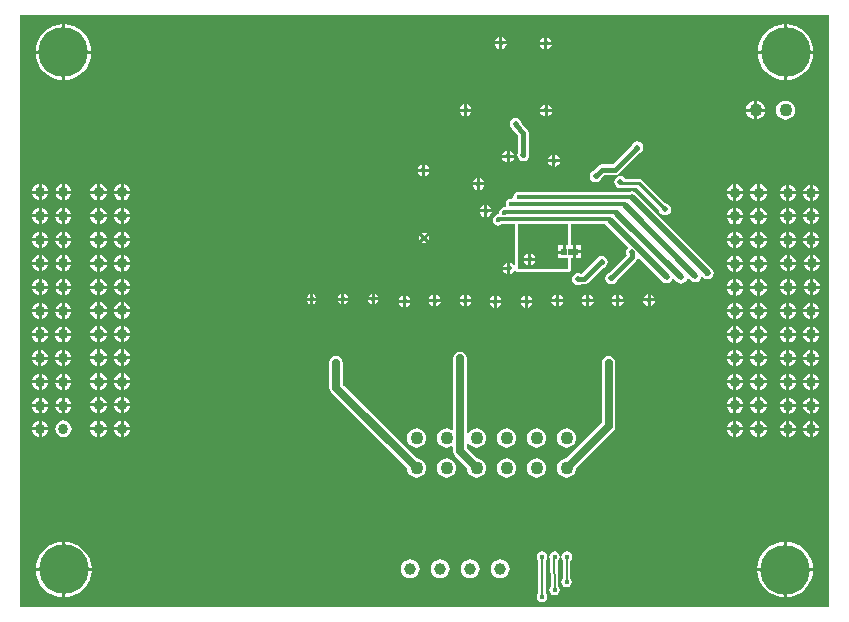
<source format=gbl>
G04*
G04 #@! TF.GenerationSoftware,Altium Limited,Altium Designer,19.1.7 (138)*
G04*
G04 Layer_Physical_Order=2*
G04 Layer_Color=16711680*
%FSLAX25Y25*%
%MOIN*%
G70*
G01*
G75*
%ADD19C,0.03937*%
%ADD36C,0.01000*%
%ADD37C,0.01500*%
%ADD38C,0.02000*%
%ADD40C,0.02500*%
%ADD42C,0.00600*%
%ADD43C,0.01200*%
%ADD44C,0.04331*%
%ADD45C,0.03543*%
%ADD46C,0.03400*%
%ADD47C,0.16535*%
%ADD48C,0.03150*%
%ADD49C,0.01500*%
%ADD50C,0.02000*%
%ADD51R,0.02362X0.02362*%
%ADD52R,0.01600X0.02100*%
G36*
X323800Y44400D02*
X54300D01*
Y241900D01*
X323800D01*
Y44400D01*
D02*
G37*
%LPC*%
G36*
X215000Y234440D02*
Y233000D01*
X216440D01*
X216384Y233280D01*
X215942Y233942D01*
X215280Y234384D01*
X215000Y234440D01*
D02*
G37*
G36*
X214000D02*
X213720Y234384D01*
X213058Y233942D01*
X212616Y233280D01*
X212560Y233000D01*
X214000D01*
Y234440D01*
D02*
G37*
G36*
X230000Y234240D02*
Y232800D01*
X231440D01*
X231384Y233080D01*
X230942Y233742D01*
X230280Y234184D01*
X230000Y234240D01*
D02*
G37*
G36*
X229000D02*
X228720Y234184D01*
X228058Y233742D01*
X227616Y233080D01*
X227560Y232800D01*
X229000D01*
Y234240D01*
D02*
G37*
G36*
X216440Y232000D02*
X215000D01*
Y230560D01*
X215280Y230616D01*
X215942Y231058D01*
X216384Y231720D01*
X216440Y232000D01*
D02*
G37*
G36*
X214000D02*
X212560D01*
X212616Y231720D01*
X213058Y231058D01*
X213720Y230616D01*
X214000Y230560D01*
Y232000D01*
D02*
G37*
G36*
X231440Y231800D02*
X230000D01*
Y230360D01*
X230280Y230416D01*
X230942Y230858D01*
X231384Y231520D01*
X231440Y231800D01*
D02*
G37*
G36*
X229000D02*
X227560D01*
X227616Y231520D01*
X228058Y230858D01*
X228720Y230416D01*
X229000Y230360D01*
Y231800D01*
D02*
G37*
G36*
X309900Y238663D02*
Y229900D01*
X318663D01*
X318534Y231217D01*
X318004Y232964D01*
X317143Y234574D01*
X315985Y235985D01*
X314574Y237143D01*
X312964Y238004D01*
X311217Y238534D01*
X309900Y238663D01*
D02*
G37*
G36*
X69200D02*
Y229900D01*
X77963D01*
X77834Y231217D01*
X77304Y232964D01*
X76443Y234574D01*
X75285Y235985D01*
X73874Y237143D01*
X72264Y238004D01*
X70517Y238534D01*
X69200Y238663D01*
D02*
G37*
G36*
X308900D02*
X307583Y238534D01*
X305836Y238004D01*
X304226Y237143D01*
X302815Y235985D01*
X301657Y234574D01*
X300796Y232964D01*
X300266Y231217D01*
X300137Y229900D01*
X308900D01*
Y238663D01*
D02*
G37*
G36*
X68200D02*
X66883Y238534D01*
X65136Y238004D01*
X63526Y237143D01*
X62115Y235985D01*
X60957Y234574D01*
X60096Y232964D01*
X59566Y231217D01*
X59437Y229900D01*
X68200D01*
Y238663D01*
D02*
G37*
G36*
X318663Y228900D02*
X309900D01*
Y220137D01*
X311217Y220266D01*
X312964Y220796D01*
X314574Y221657D01*
X315985Y222815D01*
X317143Y224226D01*
X318004Y225836D01*
X318534Y227583D01*
X318663Y228900D01*
D02*
G37*
G36*
X77963D02*
X69200D01*
Y220137D01*
X70517Y220266D01*
X72264Y220796D01*
X73874Y221657D01*
X75285Y222815D01*
X76443Y224226D01*
X77304Y225836D01*
X77834Y227583D01*
X77963Y228900D01*
D02*
G37*
G36*
X308900D02*
X300137D01*
X300266Y227583D01*
X300796Y225836D01*
X301657Y224226D01*
X302815Y222815D01*
X304226Y221657D01*
X305836Y220796D01*
X307583Y220266D01*
X308900Y220137D01*
Y228900D01*
D02*
G37*
G36*
X68200D02*
X59437D01*
X59566Y227583D01*
X60096Y225836D01*
X60957Y224226D01*
X62115Y222815D01*
X63526Y221657D01*
X65136Y220796D01*
X66883Y220266D01*
X68200Y220137D01*
Y228900D01*
D02*
G37*
G36*
X299900Y213227D02*
Y210600D01*
X302527D01*
X302484Y210927D01*
X302165Y211697D01*
X301658Y212358D01*
X300996Y212865D01*
X300226Y213184D01*
X299900Y213227D01*
D02*
G37*
G36*
X298900D02*
X298574Y213184D01*
X297804Y212865D01*
X297143Y212358D01*
X296635Y211697D01*
X296316Y210927D01*
X296273Y210600D01*
X298900D01*
Y213227D01*
D02*
G37*
G36*
X203300Y212040D02*
Y210600D01*
X204740D01*
X204684Y210880D01*
X204242Y211542D01*
X203580Y211984D01*
X203300Y212040D01*
D02*
G37*
G36*
X202300D02*
X202020Y211984D01*
X201358Y211542D01*
X200916Y210880D01*
X200860Y210600D01*
X202300D01*
Y212040D01*
D02*
G37*
G36*
X230100Y211940D02*
Y210500D01*
X231540D01*
X231484Y210780D01*
X231042Y211442D01*
X230380Y211884D01*
X230100Y211940D01*
D02*
G37*
G36*
X229100D02*
X228820Y211884D01*
X228158Y211442D01*
X227716Y210780D01*
X227660Y210500D01*
X229100D01*
Y211940D01*
D02*
G37*
G36*
X204740Y209600D02*
X203300D01*
Y208160D01*
X203580Y208216D01*
X204242Y208658D01*
X204684Y209320D01*
X204740Y209600D01*
D02*
G37*
G36*
X202300D02*
X200860D01*
X200916Y209320D01*
X201358Y208658D01*
X202020Y208216D01*
X202300Y208160D01*
Y209600D01*
D02*
G37*
G36*
X231540Y209500D02*
X230100D01*
Y208060D01*
X230380Y208116D01*
X231042Y208558D01*
X231484Y209220D01*
X231540Y209500D01*
D02*
G37*
G36*
X229100D02*
X227660D01*
X227716Y209220D01*
X228158Y208558D01*
X228820Y208116D01*
X229100Y208060D01*
Y209500D01*
D02*
G37*
G36*
X302527Y209600D02*
X299900D01*
Y206973D01*
X300226Y207016D01*
X300996Y207335D01*
X301658Y207843D01*
X302165Y208504D01*
X302484Y209274D01*
X302527Y209600D01*
D02*
G37*
G36*
X298900D02*
X296273D01*
X296316Y209274D01*
X296635Y208504D01*
X297143Y207843D01*
X297804Y207335D01*
X298574Y207016D01*
X298900Y206973D01*
Y209600D01*
D02*
G37*
G36*
X309400Y213293D02*
X308574Y213184D01*
X307804Y212865D01*
X307142Y212358D01*
X306635Y211697D01*
X306316Y210927D01*
X306207Y210100D01*
X306316Y209274D01*
X306635Y208504D01*
X307142Y207843D01*
X307804Y207335D01*
X308574Y207016D01*
X309400Y206908D01*
X310226Y207016D01*
X310996Y207335D01*
X311658Y207843D01*
X312165Y208504D01*
X312484Y209274D01*
X312593Y210100D01*
X312484Y210927D01*
X312165Y211697D01*
X311658Y212358D01*
X310996Y212865D01*
X310226Y213184D01*
X309400Y213293D01*
D02*
G37*
G36*
X217400Y196640D02*
Y195200D01*
X218840D01*
X218784Y195480D01*
X218342Y196142D01*
X217680Y196584D01*
X217400Y196640D01*
D02*
G37*
G36*
X216400D02*
X216120Y196584D01*
X215458Y196142D01*
X215016Y195480D01*
X214960Y195200D01*
X216400D01*
Y196640D01*
D02*
G37*
G36*
X232700Y195140D02*
Y193700D01*
X234140D01*
X234084Y193980D01*
X233642Y194642D01*
X232980Y195084D01*
X232700Y195140D01*
D02*
G37*
G36*
X231700D02*
X231420Y195084D01*
X230758Y194642D01*
X230316Y193980D01*
X230260Y193700D01*
X231700D01*
Y195140D01*
D02*
G37*
G36*
X219500Y207539D02*
X218720Y207384D01*
X218058Y206942D01*
X217616Y206280D01*
X217461Y205500D01*
X217616Y204720D01*
X217837Y204388D01*
X217851Y204317D01*
X218238Y203738D01*
X220216Y201761D01*
Y196029D01*
X220116Y195880D01*
X219961Y195100D01*
X220116Y194320D01*
X220558Y193658D01*
X221220Y193216D01*
X222000Y193061D01*
X222780Y193216D01*
X223442Y193658D01*
X223884Y194320D01*
X224039Y195100D01*
X223884Y195880D01*
X223784Y196029D01*
Y202500D01*
X223649Y203183D01*
X223262Y203762D01*
X223262Y203762D01*
X221536Y205487D01*
X221539Y205500D01*
X221384Y206280D01*
X220942Y206942D01*
X220280Y207384D01*
X219500Y207539D01*
D02*
G37*
G36*
X218840Y194200D02*
X217400D01*
Y192760D01*
X217680Y192816D01*
X218342Y193258D01*
X218784Y193920D01*
X218840Y194200D01*
D02*
G37*
G36*
X216400D02*
X214960D01*
X215016Y193920D01*
X215458Y193258D01*
X216120Y192816D01*
X216400Y192760D01*
Y194200D01*
D02*
G37*
G36*
X260000Y199639D02*
X259220Y199484D01*
X258558Y199042D01*
X258116Y198380D01*
X258081Y198204D01*
X251861Y191984D01*
X248300D01*
X248300Y191984D01*
X247617Y191849D01*
X247038Y191462D01*
X245496Y189919D01*
X245320Y189884D01*
X244658Y189442D01*
X244216Y188780D01*
X244061Y188000D01*
X244216Y187220D01*
X244658Y186558D01*
X245320Y186116D01*
X246100Y185961D01*
X246880Y186116D01*
X247542Y186558D01*
X247984Y187220D01*
X248019Y187396D01*
X249039Y188416D01*
X252600D01*
X253283Y188551D01*
X253862Y188938D01*
X260604Y195681D01*
X260780Y195716D01*
X261442Y196158D01*
X261884Y196820D01*
X262039Y197600D01*
X261884Y198380D01*
X261442Y199042D01*
X260780Y199484D01*
X260000Y199639D01*
D02*
G37*
G36*
X234140Y192700D02*
X232700D01*
Y191260D01*
X232980Y191316D01*
X233642Y191758D01*
X234084Y192420D01*
X234140Y192700D01*
D02*
G37*
G36*
X231700D02*
X230260D01*
X230316Y192420D01*
X230758Y191758D01*
X231420Y191316D01*
X231700Y191260D01*
Y192700D01*
D02*
G37*
G36*
X189200Y191940D02*
Y190500D01*
X190640D01*
X190584Y190780D01*
X190142Y191442D01*
X189480Y191884D01*
X189200Y191940D01*
D02*
G37*
G36*
X188200D02*
X187920Y191884D01*
X187258Y191442D01*
X186816Y190780D01*
X186760Y190500D01*
X188200D01*
Y191940D01*
D02*
G37*
G36*
X190640Y189500D02*
X189200D01*
Y188060D01*
X189480Y188116D01*
X190142Y188558D01*
X190584Y189220D01*
X190640Y189500D01*
D02*
G37*
G36*
X188200D02*
X186760D01*
X186816Y189220D01*
X187258Y188558D01*
X187920Y188116D01*
X188200Y188060D01*
Y189500D01*
D02*
G37*
G36*
X207500Y187440D02*
Y186000D01*
X208940D01*
X208884Y186280D01*
X208442Y186942D01*
X207780Y187384D01*
X207500Y187440D01*
D02*
G37*
G36*
X206500D02*
X206220Y187384D01*
X205558Y186942D01*
X205116Y186280D01*
X205060Y186000D01*
X206500D01*
Y187440D01*
D02*
G37*
G36*
X208940Y185000D02*
X207500D01*
Y183560D01*
X207780Y183616D01*
X208442Y184058D01*
X208884Y184720D01*
X208940Y185000D01*
D02*
G37*
G36*
X206500D02*
X205060D01*
X205116Y184720D01*
X205558Y184058D01*
X206220Y183616D01*
X206500Y183560D01*
Y185000D01*
D02*
G37*
G36*
X69200Y185376D02*
Y183219D01*
X71358D01*
X71330Y183424D01*
X71058Y184081D01*
X70626Y184645D01*
X70062Y185077D01*
X69405Y185349D01*
X69200Y185376D01*
D02*
G37*
G36*
X61400D02*
Y183219D01*
X63557D01*
X63530Y183424D01*
X63258Y184081D01*
X62826Y184645D01*
X62262Y185077D01*
X61605Y185349D01*
X61400Y185376D01*
D02*
G37*
G36*
X68200D02*
X67995Y185349D01*
X67338Y185077D01*
X66774Y184645D01*
X66342Y184081D01*
X66070Y183424D01*
X66043Y183219D01*
X68200D01*
Y185376D01*
D02*
G37*
G36*
X60400D02*
X60195Y185349D01*
X59538Y185077D01*
X58974Y184645D01*
X58542Y184081D01*
X58270Y183424D01*
X58242Y183219D01*
X60400D01*
Y185376D01*
D02*
G37*
G36*
X88800Y185430D02*
Y183200D01*
X91030D01*
X91000Y183424D01*
X90721Y184098D01*
X90277Y184677D01*
X89698Y185121D01*
X89024Y185400D01*
X88800Y185430D01*
D02*
G37*
G36*
X87800D02*
X87576Y185400D01*
X86902Y185121D01*
X86323Y184677D01*
X85879Y184098D01*
X85600Y183424D01*
X85570Y183200D01*
X87800D01*
Y185430D01*
D02*
G37*
G36*
X80900D02*
Y183200D01*
X83130D01*
X83100Y183424D01*
X82821Y184098D01*
X82377Y184677D01*
X81798Y185121D01*
X81124Y185400D01*
X80900Y185430D01*
D02*
G37*
G36*
X79900D02*
X79676Y185400D01*
X79002Y185121D01*
X78423Y184677D01*
X77979Y184098D01*
X77700Y183424D01*
X77670Y183200D01*
X79900D01*
Y185430D01*
D02*
G37*
G36*
X300900Y185330D02*
Y183100D01*
X303130D01*
X303100Y183324D01*
X302821Y183998D01*
X302377Y184577D01*
X301798Y185021D01*
X301123Y185300D01*
X300900Y185330D01*
D02*
G37*
G36*
X299900D02*
X299676Y185300D01*
X299002Y185021D01*
X298423Y184577D01*
X297979Y183998D01*
X297700Y183324D01*
X297670Y183100D01*
X299900D01*
Y185330D01*
D02*
G37*
G36*
X293000D02*
Y183100D01*
X295230D01*
X295200Y183324D01*
X294921Y183998D01*
X294477Y184577D01*
X293898Y185021D01*
X293224Y185300D01*
X293000Y185330D01*
D02*
G37*
G36*
X292000D02*
X291776Y185300D01*
X291102Y185021D01*
X290523Y184577D01*
X290079Y183998D01*
X289800Y183324D01*
X289770Y183100D01*
X292000D01*
Y185330D01*
D02*
G37*
G36*
X318500Y185158D02*
Y183000D01*
X320657D01*
X320631Y183205D01*
X320358Y183862D01*
X319926Y184426D01*
X319362Y184858D01*
X318705Y185131D01*
X318500Y185158D01*
D02*
G37*
G36*
X317500D02*
X317295Y185131D01*
X316638Y184858D01*
X316074Y184426D01*
X315642Y183862D01*
X315370Y183205D01*
X315342Y183000D01*
X317500D01*
Y185158D01*
D02*
G37*
G36*
X310700D02*
Y183000D01*
X312858D01*
X312830Y183205D01*
X312558Y183862D01*
X312126Y184426D01*
X311562Y184858D01*
X310905Y185131D01*
X310700Y185158D01*
D02*
G37*
G36*
X309700D02*
X309495Y185131D01*
X308838Y184858D01*
X308274Y184426D01*
X307842Y183862D01*
X307570Y183205D01*
X307542Y183000D01*
X309700D01*
Y185158D01*
D02*
G37*
G36*
X258126Y183113D02*
X257346Y182958D01*
X256973Y182708D01*
X248637Y182731D01*
X248634Y182731D01*
X248632Y182731D01*
X221108D01*
X221083Y182748D01*
X220400Y182884D01*
X219717Y182748D01*
X219138Y182362D01*
X218752Y181783D01*
X218616Y181100D01*
X218640Y180976D01*
X218215Y180551D01*
X217863Y180621D01*
X217180Y180485D01*
X216601Y180099D01*
X216214Y179520D01*
X216079Y178837D01*
X216214Y178154D01*
X216269Y178072D01*
X216034Y177631D01*
X215595D01*
X214970Y177507D01*
X214441Y177154D01*
X214087Y176624D01*
X214080Y176589D01*
X213946Y176388D01*
X213810Y175706D01*
X213838Y175567D01*
X213645Y175331D01*
X213020Y175207D01*
X212491Y174854D01*
X212137Y174324D01*
X212116Y174218D01*
X211996Y174038D01*
X211860Y173355D01*
X211996Y172673D01*
X212383Y172094D01*
X212962Y171707D01*
X213645Y171571D01*
X214327Y171707D01*
X214868Y172069D01*
X219280D01*
X219280Y158686D01*
X218780Y158535D01*
X218642Y158742D01*
X217980Y159184D01*
X217700Y159240D01*
Y157300D01*
Y155360D01*
X217980Y155416D01*
X218642Y155858D01*
X218984Y156370D01*
X219459Y156429D01*
X219562Y156404D01*
X219579Y156379D01*
X219910Y156158D01*
X220300Y156080D01*
X236800Y156080D01*
X237190Y156158D01*
X237521Y156379D01*
X237742Y156710D01*
X237820Y157100D01*
Y160719D01*
X238700D01*
Y162900D01*
Y165081D01*
X237820D01*
X237820Y172069D01*
X249284D01*
X249358Y171958D01*
X256786Y164530D01*
X256758Y164242D01*
X256316Y163580D01*
X256161Y162800D01*
X256316Y162020D01*
X256508Y161732D01*
X250696Y155919D01*
X250520Y155884D01*
X249858Y155442D01*
X249416Y154780D01*
X249261Y154000D01*
X249416Y153220D01*
X249858Y152558D01*
X250520Y152116D01*
X251300Y151961D01*
X252080Y152116D01*
X252742Y152558D01*
X253184Y153220D01*
X253219Y153396D01*
X259562Y159738D01*
X259562Y159738D01*
X259948Y160317D01*
X260005Y160604D01*
X260548Y160768D01*
X268358Y152958D01*
X269020Y152516D01*
X269800Y152361D01*
X270580Y152516D01*
X271242Y152958D01*
X271684Y153620D01*
X271699Y153694D01*
X272177Y153839D01*
X273158Y152858D01*
X273820Y152416D01*
X274600Y152261D01*
X275380Y152416D01*
X276042Y152858D01*
X276484Y153520D01*
X276568Y153941D01*
X277110Y154106D01*
X277858Y153358D01*
X278520Y152916D01*
X279300Y152761D01*
X280080Y152916D01*
X280742Y153358D01*
X281184Y154020D01*
X281251Y154358D01*
X281794Y154522D01*
X281959Y154357D01*
X282038Y154238D01*
X282617Y153851D01*
X282687Y153838D01*
X282720Y153816D01*
X283500Y153661D01*
X284280Y153816D01*
X284942Y154258D01*
X285384Y154920D01*
X285539Y155700D01*
X285384Y156480D01*
X284942Y157142D01*
X259568Y182516D01*
X258907Y182958D01*
X258126Y183113D01*
D02*
G37*
G36*
X71358Y182219D02*
X69200D01*
Y180061D01*
X69405Y180088D01*
X70062Y180360D01*
X70626Y180793D01*
X71058Y181357D01*
X71330Y182014D01*
X71358Y182219D01*
D02*
G37*
G36*
X63557D02*
X61400D01*
Y180061D01*
X61605Y180088D01*
X62262Y180360D01*
X62826Y180793D01*
X63258Y181357D01*
X63530Y182014D01*
X63557Y182219D01*
D02*
G37*
G36*
X68200D02*
X66043D01*
X66070Y182014D01*
X66342Y181357D01*
X66774Y180793D01*
X67338Y180360D01*
X67995Y180088D01*
X68200Y180061D01*
Y182219D01*
D02*
G37*
G36*
X60400D02*
X58242D01*
X58270Y182014D01*
X58542Y181357D01*
X58974Y180793D01*
X59538Y180360D01*
X60195Y180088D01*
X60400Y180061D01*
Y182219D01*
D02*
G37*
G36*
X91030Y182200D02*
X88800D01*
Y179970D01*
X89024Y180000D01*
X89698Y180279D01*
X90277Y180723D01*
X90721Y181302D01*
X91000Y181976D01*
X91030Y182200D01*
D02*
G37*
G36*
X87800D02*
X85570D01*
X85600Y181976D01*
X85879Y181302D01*
X86323Y180723D01*
X86902Y180279D01*
X87576Y180000D01*
X87800Y179970D01*
Y182200D01*
D02*
G37*
G36*
X83130D02*
X80900D01*
Y179970D01*
X81124Y180000D01*
X81798Y180279D01*
X82377Y180723D01*
X82821Y181302D01*
X83100Y181976D01*
X83130Y182200D01*
D02*
G37*
G36*
X79900D02*
X77670D01*
X77700Y181976D01*
X77979Y181302D01*
X78423Y180723D01*
X79002Y180279D01*
X79676Y180000D01*
X79900Y179970D01*
Y182200D01*
D02*
G37*
G36*
X303130Y182100D02*
X300900D01*
Y179870D01*
X301123Y179900D01*
X301798Y180179D01*
X302377Y180623D01*
X302821Y181202D01*
X303100Y181876D01*
X303130Y182100D01*
D02*
G37*
G36*
X299900D02*
X297670D01*
X297700Y181876D01*
X297979Y181202D01*
X298423Y180623D01*
X299002Y180179D01*
X299676Y179900D01*
X299900Y179870D01*
Y182100D01*
D02*
G37*
G36*
X295230D02*
X293000D01*
Y179870D01*
X293224Y179900D01*
X293898Y180179D01*
X294477Y180623D01*
X294921Y181202D01*
X295200Y181876D01*
X295230Y182100D01*
D02*
G37*
G36*
X292000D02*
X289770D01*
X289800Y181876D01*
X290079Y181202D01*
X290523Y180623D01*
X291102Y180179D01*
X291776Y179900D01*
X292000Y179870D01*
Y182100D01*
D02*
G37*
G36*
X320657Y182000D02*
X318500D01*
Y179842D01*
X318705Y179869D01*
X319362Y180142D01*
X319926Y180574D01*
X320358Y181138D01*
X320631Y181795D01*
X320657Y182000D01*
D02*
G37*
G36*
X317500D02*
X315342D01*
X315370Y181795D01*
X315642Y181138D01*
X316074Y180574D01*
X316638Y180142D01*
X317295Y179869D01*
X317500Y179842D01*
Y182000D01*
D02*
G37*
G36*
X312858D02*
X310700D01*
Y179842D01*
X310905Y179869D01*
X311562Y180142D01*
X312126Y180574D01*
X312558Y181138D01*
X312830Y181795D01*
X312858Y182000D01*
D02*
G37*
G36*
X309700D02*
X307542D01*
X307570Y181795D01*
X307842Y181138D01*
X308274Y180574D01*
X308838Y180142D01*
X309495Y179869D01*
X309700Y179842D01*
Y182000D01*
D02*
G37*
G36*
X210000Y178440D02*
Y177000D01*
X211440D01*
X211384Y177280D01*
X210942Y177942D01*
X210280Y178384D01*
X210000Y178440D01*
D02*
G37*
G36*
X209000D02*
X208720Y178384D01*
X208058Y177942D01*
X207616Y177280D01*
X207560Y177000D01*
X209000D01*
Y178440D01*
D02*
G37*
G36*
X69200Y177476D02*
Y175319D01*
X71358D01*
X71330Y175524D01*
X71058Y176181D01*
X70626Y176745D01*
X70062Y177177D01*
X69405Y177449D01*
X69200Y177476D01*
D02*
G37*
G36*
X61400D02*
Y175319D01*
X63557D01*
X63530Y175524D01*
X63258Y176181D01*
X62826Y176745D01*
X62262Y177177D01*
X61605Y177449D01*
X61400Y177476D01*
D02*
G37*
G36*
X68200D02*
X67995Y177449D01*
X67338Y177177D01*
X66774Y176745D01*
X66342Y176181D01*
X66070Y175524D01*
X66043Y175319D01*
X68200D01*
Y177476D01*
D02*
G37*
G36*
X60400D02*
X60195Y177449D01*
X59538Y177177D01*
X58974Y176745D01*
X58542Y176181D01*
X58270Y175524D01*
X58242Y175319D01*
X60400D01*
Y177476D01*
D02*
G37*
G36*
X318500Y177457D02*
Y175300D01*
X320657D01*
X320631Y175505D01*
X320358Y176162D01*
X319926Y176726D01*
X319362Y177158D01*
X318705Y177430D01*
X318500Y177457D01*
D02*
G37*
G36*
X317500D02*
X317295Y177430D01*
X316638Y177158D01*
X316074Y176726D01*
X315642Y176162D01*
X315370Y175505D01*
X315342Y175300D01*
X317500D01*
Y177457D01*
D02*
G37*
G36*
X310700D02*
Y175300D01*
X312858D01*
X312830Y175505D01*
X312558Y176162D01*
X312126Y176726D01*
X311562Y177158D01*
X310905Y177430D01*
X310700Y177457D01*
D02*
G37*
G36*
X309700D02*
X309495Y177430D01*
X308838Y177158D01*
X308274Y176726D01*
X307842Y176162D01*
X307570Y175505D01*
X307542Y175300D01*
X309700D01*
Y177457D01*
D02*
G37*
G36*
X88800Y177530D02*
Y175300D01*
X91030D01*
X91000Y175524D01*
X90721Y176198D01*
X90277Y176777D01*
X89698Y177221D01*
X89024Y177500D01*
X88800Y177530D01*
D02*
G37*
G36*
X87800D02*
X87576Y177500D01*
X86902Y177221D01*
X86323Y176777D01*
X85879Y176198D01*
X85600Y175524D01*
X85570Y175300D01*
X87800D01*
Y177530D01*
D02*
G37*
G36*
X80900D02*
Y175300D01*
X83130D01*
X83100Y175524D01*
X82821Y176198D01*
X82377Y176777D01*
X81798Y177221D01*
X81124Y177500D01*
X80900Y177530D01*
D02*
G37*
G36*
X79900D02*
X79676Y177500D01*
X79002Y177221D01*
X78423Y176777D01*
X77979Y176198D01*
X77700Y175524D01*
X77670Y175300D01*
X79900D01*
Y177530D01*
D02*
G37*
G36*
X300900Y177430D02*
Y175200D01*
X303130D01*
X303100Y175424D01*
X302821Y176098D01*
X302377Y176677D01*
X301798Y177121D01*
X301123Y177400D01*
X300900Y177430D01*
D02*
G37*
G36*
X299900D02*
X299676Y177400D01*
X299002Y177121D01*
X298423Y176677D01*
X297979Y176098D01*
X297700Y175424D01*
X297670Y175200D01*
X299900D01*
Y177430D01*
D02*
G37*
G36*
X293000D02*
Y175200D01*
X295230D01*
X295200Y175424D01*
X294921Y176098D01*
X294477Y176677D01*
X293898Y177121D01*
X293224Y177400D01*
X293000Y177430D01*
D02*
G37*
G36*
X292000D02*
X291776Y177400D01*
X291102Y177121D01*
X290523Y176677D01*
X290079Y176098D01*
X289800Y175424D01*
X289770Y175200D01*
X292000D01*
Y177430D01*
D02*
G37*
G36*
X254300Y188139D02*
X253520Y187984D01*
X252858Y187542D01*
X252416Y186880D01*
X252261Y186100D01*
X252416Y185320D01*
X252858Y184658D01*
X253520Y184216D01*
X254300Y184061D01*
X254852Y184171D01*
X259866D01*
X267192Y176846D01*
X267316Y176220D01*
X267758Y175558D01*
X268420Y175116D01*
X269200Y174961D01*
X269980Y175116D01*
X270642Y175558D01*
X271084Y176220D01*
X271239Y177000D01*
X271084Y177780D01*
X270642Y178442D01*
X269980Y178884D01*
X269354Y179008D01*
X261581Y186781D01*
X261085Y187113D01*
X260500Y187229D01*
X255951D01*
X255742Y187542D01*
X255080Y187984D01*
X254300Y188139D01*
D02*
G37*
G36*
X211440Y176000D02*
X210000D01*
Y174560D01*
X210280Y174616D01*
X210942Y175058D01*
X211384Y175720D01*
X211440Y176000D01*
D02*
G37*
G36*
X209000D02*
X207560D01*
X207616Y175720D01*
X208058Y175058D01*
X208720Y174616D01*
X209000Y174560D01*
Y176000D01*
D02*
G37*
G36*
X71358Y174319D02*
X69200D01*
Y172161D01*
X69405Y172188D01*
X70062Y172460D01*
X70626Y172893D01*
X71058Y173457D01*
X71330Y174114D01*
X71358Y174319D01*
D02*
G37*
G36*
X63557D02*
X61400D01*
Y172161D01*
X61605Y172188D01*
X62262Y172460D01*
X62826Y172893D01*
X63258Y173457D01*
X63530Y174114D01*
X63557Y174319D01*
D02*
G37*
G36*
X68200D02*
X66043D01*
X66070Y174114D01*
X66342Y173457D01*
X66774Y172893D01*
X67338Y172460D01*
X67995Y172188D01*
X68200Y172161D01*
Y174319D01*
D02*
G37*
G36*
X60400D02*
X58242D01*
X58270Y174114D01*
X58542Y173457D01*
X58974Y172893D01*
X59538Y172460D01*
X60195Y172188D01*
X60400Y172161D01*
Y174319D01*
D02*
G37*
G36*
X320657Y174300D02*
X318500D01*
Y172143D01*
X318705Y172169D01*
X319362Y172442D01*
X319926Y172874D01*
X320358Y173438D01*
X320631Y174095D01*
X320657Y174300D01*
D02*
G37*
G36*
X317500D02*
X315342D01*
X315370Y174095D01*
X315642Y173438D01*
X316074Y172874D01*
X316638Y172442D01*
X317295Y172169D01*
X317500Y172143D01*
Y174300D01*
D02*
G37*
G36*
X312858D02*
X310700D01*
Y172143D01*
X310905Y172169D01*
X311562Y172442D01*
X312126Y172874D01*
X312558Y173438D01*
X312830Y174095D01*
X312858Y174300D01*
D02*
G37*
G36*
X309700D02*
X307542D01*
X307570Y174095D01*
X307842Y173438D01*
X308274Y172874D01*
X308838Y172442D01*
X309495Y172169D01*
X309700Y172143D01*
Y174300D01*
D02*
G37*
G36*
X91030D02*
X88800D01*
Y172070D01*
X89024Y172100D01*
X89698Y172379D01*
X90277Y172823D01*
X90721Y173402D01*
X91000Y174076D01*
X91030Y174300D01*
D02*
G37*
G36*
X87800D02*
X85570D01*
X85600Y174076D01*
X85879Y173402D01*
X86323Y172823D01*
X86902Y172379D01*
X87576Y172100D01*
X87800Y172070D01*
Y174300D01*
D02*
G37*
G36*
X83130D02*
X80900D01*
Y172070D01*
X81124Y172100D01*
X81798Y172379D01*
X82377Y172823D01*
X82821Y173402D01*
X83100Y174076D01*
X83130Y174300D01*
D02*
G37*
G36*
X79900D02*
X77670D01*
X77700Y174076D01*
X77979Y173402D01*
X78423Y172823D01*
X79002Y172379D01*
X79676Y172100D01*
X79900Y172070D01*
Y174300D01*
D02*
G37*
G36*
X303130Y174200D02*
X300900D01*
Y171970D01*
X301123Y172000D01*
X301798Y172279D01*
X302377Y172723D01*
X302821Y173302D01*
X303100Y173976D01*
X303130Y174200D01*
D02*
G37*
G36*
X299900D02*
X297670D01*
X297700Y173976D01*
X297979Y173302D01*
X298423Y172723D01*
X299002Y172279D01*
X299676Y172000D01*
X299900Y171970D01*
Y174200D01*
D02*
G37*
G36*
X295230D02*
X293000D01*
Y171970D01*
X293224Y172000D01*
X293898Y172279D01*
X294477Y172723D01*
X294921Y173302D01*
X295200Y173976D01*
X295230Y174200D01*
D02*
G37*
G36*
X292000D02*
X289770D01*
X289800Y173976D01*
X290079Y173302D01*
X290523Y172723D01*
X291102Y172279D01*
X291776Y172000D01*
X292000Y171970D01*
Y174200D01*
D02*
G37*
G36*
X188900Y169284D02*
X188217Y169149D01*
X188062Y169045D01*
X188900Y168207D01*
X189738Y169045D01*
X189583Y169149D01*
X188900Y169284D01*
D02*
G37*
G36*
X69200Y169576D02*
Y167419D01*
X71358D01*
X71330Y167624D01*
X71058Y168280D01*
X70626Y168845D01*
X70062Y169277D01*
X69405Y169549D01*
X69200Y169576D01*
D02*
G37*
G36*
X61400D02*
Y167419D01*
X63557D01*
X63530Y167624D01*
X63258Y168280D01*
X62826Y168845D01*
X62262Y169277D01*
X61605Y169549D01*
X61400Y169576D01*
D02*
G37*
G36*
X68200D02*
X67995Y169549D01*
X67338Y169277D01*
X66774Y168845D01*
X66342Y168280D01*
X66070Y167624D01*
X66043Y167419D01*
X68200D01*
Y169576D01*
D02*
G37*
G36*
X60400D02*
X60195Y169549D01*
X59538Y169277D01*
X58974Y168845D01*
X58542Y168280D01*
X58270Y167624D01*
X58242Y167419D01*
X60400D01*
Y169576D01*
D02*
G37*
G36*
X318500Y169557D02*
Y167400D01*
X320657D01*
X320631Y167605D01*
X320358Y168262D01*
X319926Y168826D01*
X319362Y169258D01*
X318705Y169530D01*
X318500Y169557D01*
D02*
G37*
G36*
X317500D02*
X317295Y169530D01*
X316638Y169258D01*
X316074Y168826D01*
X315642Y168262D01*
X315370Y167605D01*
X315342Y167400D01*
X317500D01*
Y169557D01*
D02*
G37*
G36*
X310700D02*
Y167400D01*
X312858D01*
X312830Y167605D01*
X312558Y168262D01*
X312126Y168826D01*
X311562Y169258D01*
X310905Y169530D01*
X310700Y169557D01*
D02*
G37*
G36*
X309700D02*
X309495Y169530D01*
X308838Y169258D01*
X308274Y168826D01*
X307842Y168262D01*
X307570Y167605D01*
X307542Y167400D01*
X309700D01*
Y169557D01*
D02*
G37*
G36*
X88800Y169630D02*
Y167400D01*
X91030D01*
X91000Y167624D01*
X90721Y168298D01*
X90277Y168877D01*
X89698Y169321D01*
X89024Y169600D01*
X88800Y169630D01*
D02*
G37*
G36*
X87800D02*
X87576Y169600D01*
X86902Y169321D01*
X86323Y168877D01*
X85879Y168298D01*
X85600Y167624D01*
X85570Y167400D01*
X87800D01*
Y169630D01*
D02*
G37*
G36*
X80900D02*
Y167400D01*
X83130D01*
X83100Y167624D01*
X82821Y168298D01*
X82377Y168877D01*
X81798Y169321D01*
X81124Y169600D01*
X80900Y169630D01*
D02*
G37*
G36*
X79900D02*
X79676Y169600D01*
X79002Y169321D01*
X78423Y168877D01*
X77979Y168298D01*
X77700Y167624D01*
X77670Y167400D01*
X79900D01*
Y169630D01*
D02*
G37*
G36*
X300900Y169530D02*
Y167300D01*
X303130D01*
X303100Y167524D01*
X302821Y168198D01*
X302377Y168777D01*
X301798Y169221D01*
X301123Y169500D01*
X300900Y169530D01*
D02*
G37*
G36*
X299900D02*
X299676Y169500D01*
X299002Y169221D01*
X298423Y168777D01*
X297979Y168198D01*
X297700Y167524D01*
X297670Y167300D01*
X299900D01*
Y169530D01*
D02*
G37*
G36*
X293000D02*
Y167300D01*
X295230D01*
X295200Y167524D01*
X294921Y168198D01*
X294477Y168777D01*
X293898Y169221D01*
X293224Y169500D01*
X293000Y169530D01*
D02*
G37*
G36*
X292000D02*
X291776Y169500D01*
X291102Y169221D01*
X290523Y168777D01*
X290079Y168198D01*
X289800Y167524D01*
X289770Y167300D01*
X292000D01*
Y169530D01*
D02*
G37*
G36*
X190445Y168338D02*
X189607Y167500D01*
X190445Y166662D01*
X190549Y166817D01*
X190684Y167500D01*
X190549Y168183D01*
X190445Y168338D01*
D02*
G37*
G36*
X187355Y168338D02*
X187251Y168183D01*
X187116Y167500D01*
X187251Y166817D01*
X187355Y166662D01*
X188193Y167500D01*
X187355Y168338D01*
D02*
G37*
G36*
X188900Y166793D02*
X188062Y165955D01*
X188217Y165851D01*
X188900Y165716D01*
X189583Y165851D01*
X189738Y165955D01*
X188900Y166793D01*
D02*
G37*
G36*
X71358Y166419D02*
X69200D01*
Y164261D01*
X69405Y164288D01*
X70062Y164560D01*
X70626Y164993D01*
X71058Y165557D01*
X71330Y166214D01*
X71358Y166419D01*
D02*
G37*
G36*
X63557D02*
X61400D01*
Y164261D01*
X61605Y164288D01*
X62262Y164560D01*
X62826Y164993D01*
X63258Y165557D01*
X63530Y166214D01*
X63557Y166419D01*
D02*
G37*
G36*
X68200D02*
X66043D01*
X66070Y166214D01*
X66342Y165557D01*
X66774Y164993D01*
X67338Y164560D01*
X67995Y164288D01*
X68200Y164261D01*
Y166419D01*
D02*
G37*
G36*
X60400D02*
X58242D01*
X58270Y166214D01*
X58542Y165557D01*
X58974Y164993D01*
X59538Y164560D01*
X60195Y164288D01*
X60400Y164261D01*
Y166419D01*
D02*
G37*
G36*
X320657Y166400D02*
X318500D01*
Y164242D01*
X318705Y164269D01*
X319362Y164542D01*
X319926Y164974D01*
X320358Y165538D01*
X320631Y166195D01*
X320657Y166400D01*
D02*
G37*
G36*
X317500D02*
X315342D01*
X315370Y166195D01*
X315642Y165538D01*
X316074Y164974D01*
X316638Y164542D01*
X317295Y164269D01*
X317500Y164242D01*
Y166400D01*
D02*
G37*
G36*
X312858D02*
X310700D01*
Y164242D01*
X310905Y164269D01*
X311562Y164542D01*
X312126Y164974D01*
X312558Y165538D01*
X312830Y166195D01*
X312858Y166400D01*
D02*
G37*
G36*
X309700D02*
X307542D01*
X307570Y166195D01*
X307842Y165538D01*
X308274Y164974D01*
X308838Y164542D01*
X309495Y164269D01*
X309700Y164242D01*
Y166400D01*
D02*
G37*
G36*
X91030D02*
X88800D01*
Y164170D01*
X89024Y164200D01*
X89698Y164479D01*
X90277Y164923D01*
X90721Y165502D01*
X91000Y166176D01*
X91030Y166400D01*
D02*
G37*
G36*
X87800D02*
X85570D01*
X85600Y166176D01*
X85879Y165502D01*
X86323Y164923D01*
X86902Y164479D01*
X87576Y164200D01*
X87800Y164170D01*
Y166400D01*
D02*
G37*
G36*
X83130D02*
X80900D01*
Y164170D01*
X81124Y164200D01*
X81798Y164479D01*
X82377Y164923D01*
X82821Y165502D01*
X83100Y166176D01*
X83130Y166400D01*
D02*
G37*
G36*
X79900D02*
X77670D01*
X77700Y166176D01*
X77979Y165502D01*
X78423Y164923D01*
X79002Y164479D01*
X79676Y164200D01*
X79900Y164170D01*
Y166400D01*
D02*
G37*
G36*
X303130Y166300D02*
X300900D01*
Y164070D01*
X301123Y164100D01*
X301798Y164379D01*
X302377Y164823D01*
X302821Y165402D01*
X303100Y166076D01*
X303130Y166300D01*
D02*
G37*
G36*
X299900D02*
X297670D01*
X297700Y166076D01*
X297979Y165402D01*
X298423Y164823D01*
X299002Y164379D01*
X299676Y164100D01*
X299900Y164070D01*
Y166300D01*
D02*
G37*
G36*
X295230D02*
X293000D01*
Y164070D01*
X293224Y164100D01*
X293898Y164379D01*
X294477Y164823D01*
X294921Y165402D01*
X295200Y166076D01*
X295230Y166300D01*
D02*
G37*
G36*
X292000D02*
X289770D01*
X289800Y166076D01*
X290079Y165402D01*
X290523Y164823D01*
X291102Y164379D01*
X291776Y164100D01*
X292000Y164070D01*
Y166300D01*
D02*
G37*
G36*
X241381Y165081D02*
X239700D01*
Y163400D01*
X241381D01*
Y165081D01*
D02*
G37*
G36*
Y162400D02*
X239700D01*
Y160719D01*
X241381D01*
Y162400D01*
D02*
G37*
G36*
X69200Y161676D02*
Y159519D01*
X71358D01*
X71330Y159724D01*
X71058Y160380D01*
X70626Y160945D01*
X70062Y161377D01*
X69405Y161649D01*
X69200Y161676D01*
D02*
G37*
G36*
X61400D02*
Y159519D01*
X63557D01*
X63530Y159724D01*
X63258Y160380D01*
X62826Y160945D01*
X62262Y161377D01*
X61605Y161649D01*
X61400Y161676D01*
D02*
G37*
G36*
X68200D02*
X67995Y161649D01*
X67338Y161377D01*
X66774Y160945D01*
X66342Y160380D01*
X66070Y159724D01*
X66043Y159519D01*
X68200D01*
Y161676D01*
D02*
G37*
G36*
X60400D02*
X60195Y161649D01*
X59538Y161377D01*
X58974Y160945D01*
X58542Y160380D01*
X58270Y159724D01*
X58242Y159519D01*
X60400D01*
Y161676D01*
D02*
G37*
G36*
X318600Y161658D02*
Y159500D01*
X320758D01*
X320730Y159705D01*
X320458Y160362D01*
X320026Y160926D01*
X319462Y161358D01*
X318805Y161630D01*
X318600Y161658D01*
D02*
G37*
G36*
X317600D02*
X317395Y161630D01*
X316738Y161358D01*
X316174Y160926D01*
X315742Y160362D01*
X315470Y159705D01*
X315442Y159500D01*
X317600D01*
Y161658D01*
D02*
G37*
G36*
X310800D02*
Y159500D01*
X312958D01*
X312930Y159705D01*
X312658Y160362D01*
X312226Y160926D01*
X311662Y161358D01*
X311005Y161630D01*
X310800Y161658D01*
D02*
G37*
G36*
X309800D02*
X309595Y161630D01*
X308938Y161358D01*
X308374Y160926D01*
X307942Y160362D01*
X307669Y159705D01*
X307643Y159500D01*
X309800D01*
Y161658D01*
D02*
G37*
G36*
X88800Y161730D02*
Y159500D01*
X91030D01*
X91000Y159724D01*
X90721Y160398D01*
X90277Y160977D01*
X89698Y161421D01*
X89024Y161700D01*
X88800Y161730D01*
D02*
G37*
G36*
X87800D02*
X87576Y161700D01*
X86902Y161421D01*
X86323Y160977D01*
X85879Y160398D01*
X85600Y159724D01*
X85570Y159500D01*
X87800D01*
Y161730D01*
D02*
G37*
G36*
X80900D02*
Y159500D01*
X83130D01*
X83100Y159724D01*
X82821Y160398D01*
X82377Y160977D01*
X81798Y161421D01*
X81124Y161700D01*
X80900Y161730D01*
D02*
G37*
G36*
X79900D02*
X79676Y161700D01*
X79002Y161421D01*
X78423Y160977D01*
X77979Y160398D01*
X77700Y159724D01*
X77670Y159500D01*
X79900D01*
Y161730D01*
D02*
G37*
G36*
X300900Y161630D02*
Y159400D01*
X303130D01*
X303100Y159624D01*
X302821Y160298D01*
X302377Y160877D01*
X301798Y161321D01*
X301123Y161600D01*
X300900Y161630D01*
D02*
G37*
G36*
X299900D02*
X299676Y161600D01*
X299002Y161321D01*
X298423Y160877D01*
X297979Y160298D01*
X297700Y159624D01*
X297670Y159400D01*
X299900D01*
Y161630D01*
D02*
G37*
G36*
X293000D02*
Y159400D01*
X295230D01*
X295200Y159624D01*
X294921Y160298D01*
X294477Y160877D01*
X293898Y161321D01*
X293224Y161600D01*
X293000Y161630D01*
D02*
G37*
G36*
X292000D02*
X291776Y161600D01*
X291102Y161321D01*
X290523Y160877D01*
X290079Y160298D01*
X289800Y159624D01*
X289770Y159400D01*
X292000D01*
Y161630D01*
D02*
G37*
G36*
X216700Y159240D02*
X216420Y159184D01*
X215758Y158742D01*
X215316Y158080D01*
X215260Y157800D01*
X216700D01*
Y159240D01*
D02*
G37*
G36*
X71358Y158519D02*
X69200D01*
Y156361D01*
X69405Y156388D01*
X70062Y156660D01*
X70626Y157093D01*
X71058Y157657D01*
X71330Y158314D01*
X71358Y158519D01*
D02*
G37*
G36*
X63557D02*
X61400D01*
Y156361D01*
X61605Y156388D01*
X62262Y156660D01*
X62826Y157093D01*
X63258Y157657D01*
X63530Y158314D01*
X63557Y158519D01*
D02*
G37*
G36*
X68200D02*
X66043D01*
X66070Y158314D01*
X66342Y157657D01*
X66774Y157093D01*
X67338Y156660D01*
X67995Y156388D01*
X68200Y156361D01*
Y158519D01*
D02*
G37*
G36*
X60400D02*
X58242D01*
X58270Y158314D01*
X58542Y157657D01*
X58974Y157093D01*
X59538Y156660D01*
X60195Y156388D01*
X60400Y156361D01*
Y158519D01*
D02*
G37*
G36*
X320758Y158500D02*
X318600D01*
Y156342D01*
X318805Y156369D01*
X319462Y156642D01*
X320026Y157074D01*
X320458Y157638D01*
X320730Y158295D01*
X320758Y158500D01*
D02*
G37*
G36*
X317600D02*
X315442D01*
X315470Y158295D01*
X315742Y157638D01*
X316174Y157074D01*
X316738Y156642D01*
X317395Y156369D01*
X317600Y156342D01*
Y158500D01*
D02*
G37*
G36*
X312958D02*
X310800D01*
Y156342D01*
X311005Y156369D01*
X311662Y156642D01*
X312226Y157074D01*
X312658Y157638D01*
X312930Y158295D01*
X312958Y158500D01*
D02*
G37*
G36*
X309800D02*
X307643D01*
X307669Y158295D01*
X307942Y157638D01*
X308374Y157074D01*
X308938Y156642D01*
X309595Y156369D01*
X309800Y156342D01*
Y158500D01*
D02*
G37*
G36*
X91030D02*
X88800D01*
Y156270D01*
X89024Y156300D01*
X89698Y156579D01*
X90277Y157023D01*
X90721Y157602D01*
X91000Y158276D01*
X91030Y158500D01*
D02*
G37*
G36*
X87800D02*
X85570D01*
X85600Y158276D01*
X85879Y157602D01*
X86323Y157023D01*
X86902Y156579D01*
X87576Y156300D01*
X87800Y156270D01*
Y158500D01*
D02*
G37*
G36*
X83130D02*
X80900D01*
Y156270D01*
X81124Y156300D01*
X81798Y156579D01*
X82377Y157023D01*
X82821Y157602D01*
X83100Y158276D01*
X83130Y158500D01*
D02*
G37*
G36*
X79900D02*
X77670D01*
X77700Y158276D01*
X77979Y157602D01*
X78423Y157023D01*
X79002Y156579D01*
X79676Y156300D01*
X79900Y156270D01*
Y158500D01*
D02*
G37*
G36*
X303130Y158400D02*
X300900D01*
Y156170D01*
X301123Y156200D01*
X301798Y156479D01*
X302377Y156923D01*
X302821Y157502D01*
X303100Y158176D01*
X303130Y158400D01*
D02*
G37*
G36*
X299900D02*
X297670D01*
X297700Y158176D01*
X297979Y157502D01*
X298423Y156923D01*
X299002Y156479D01*
X299676Y156200D01*
X299900Y156170D01*
Y158400D01*
D02*
G37*
G36*
X295230D02*
X293000D01*
Y156170D01*
X293224Y156200D01*
X293898Y156479D01*
X294477Y156923D01*
X294921Y157502D01*
X295200Y158176D01*
X295230Y158400D01*
D02*
G37*
G36*
X292000D02*
X289770D01*
X289800Y158176D01*
X290079Y157502D01*
X290523Y156923D01*
X291102Y156479D01*
X291776Y156200D01*
X292000Y156170D01*
Y158400D01*
D02*
G37*
G36*
X248100Y161539D02*
X247320Y161384D01*
X246658Y160942D01*
X246335Y160458D01*
X241461Y155584D01*
X241129D01*
X240980Y155684D01*
X240200Y155839D01*
X239420Y155684D01*
X238758Y155242D01*
X238316Y154580D01*
X238161Y153800D01*
X238316Y153020D01*
X238758Y152358D01*
X239420Y151916D01*
X240200Y151761D01*
X240980Y151916D01*
X241129Y152016D01*
X242200D01*
X242883Y152152D01*
X243462Y152538D01*
X248455Y157531D01*
X248880Y157616D01*
X249542Y158058D01*
X249984Y158720D01*
X250139Y159500D01*
X249984Y160280D01*
X249542Y160942D01*
X248880Y161384D01*
X248100Y161539D01*
D02*
G37*
G36*
X216700Y156800D02*
X215260D01*
X215316Y156520D01*
X215758Y155858D01*
X216420Y155416D01*
X216700Y155360D01*
Y156800D01*
D02*
G37*
G36*
X69200Y153776D02*
Y151619D01*
X71358D01*
X71330Y151824D01*
X71058Y152480D01*
X70626Y153045D01*
X70062Y153477D01*
X69405Y153749D01*
X69200Y153776D01*
D02*
G37*
G36*
X61400D02*
Y151619D01*
X63557D01*
X63530Y151824D01*
X63258Y152480D01*
X62826Y153045D01*
X62262Y153477D01*
X61605Y153749D01*
X61400Y153776D01*
D02*
G37*
G36*
X68200D02*
X67995Y153749D01*
X67338Y153477D01*
X66774Y153045D01*
X66342Y152480D01*
X66070Y151824D01*
X66043Y151619D01*
X68200D01*
Y153776D01*
D02*
G37*
G36*
X60400D02*
X60195Y153749D01*
X59538Y153477D01*
X58974Y153045D01*
X58542Y152480D01*
X58270Y151824D01*
X58242Y151619D01*
X60400D01*
Y153776D01*
D02*
G37*
G36*
X318600Y153758D02*
Y151600D01*
X320758D01*
X320730Y151805D01*
X320458Y152462D01*
X320026Y153026D01*
X319462Y153458D01*
X318805Y153730D01*
X318600Y153758D01*
D02*
G37*
G36*
X317600D02*
X317395Y153730D01*
X316738Y153458D01*
X316174Y153026D01*
X315742Y152462D01*
X315470Y151805D01*
X315442Y151600D01*
X317600D01*
Y153758D01*
D02*
G37*
G36*
X310800D02*
Y151600D01*
X312958D01*
X312930Y151805D01*
X312658Y152462D01*
X312226Y153026D01*
X311662Y153458D01*
X311005Y153730D01*
X310800Y153758D01*
D02*
G37*
G36*
X309800D02*
X309595Y153730D01*
X308938Y153458D01*
X308374Y153026D01*
X307942Y152462D01*
X307669Y151805D01*
X307643Y151600D01*
X309800D01*
Y153758D01*
D02*
G37*
G36*
X88800Y153830D02*
Y151600D01*
X91030D01*
X91000Y151824D01*
X90721Y152498D01*
X90277Y153077D01*
X89698Y153521D01*
X89024Y153800D01*
X88800Y153830D01*
D02*
G37*
G36*
X87800D02*
X87576Y153800D01*
X86902Y153521D01*
X86323Y153077D01*
X85879Y152498D01*
X85600Y151824D01*
X85570Y151600D01*
X87800D01*
Y153830D01*
D02*
G37*
G36*
X80900D02*
Y151600D01*
X83130D01*
X83100Y151824D01*
X82821Y152498D01*
X82377Y153077D01*
X81798Y153521D01*
X81124Y153800D01*
X80900Y153830D01*
D02*
G37*
G36*
X79900D02*
X79676Y153800D01*
X79002Y153521D01*
X78423Y153077D01*
X77979Y152498D01*
X77700Y151824D01*
X77670Y151600D01*
X79900D01*
Y153830D01*
D02*
G37*
G36*
X300900Y153730D02*
Y151500D01*
X303130D01*
X303100Y151724D01*
X302821Y152398D01*
X302377Y152977D01*
X301798Y153421D01*
X301123Y153700D01*
X300900Y153730D01*
D02*
G37*
G36*
X299900D02*
X299676Y153700D01*
X299002Y153421D01*
X298423Y152977D01*
X297979Y152398D01*
X297700Y151724D01*
X297670Y151500D01*
X299900D01*
Y153730D01*
D02*
G37*
G36*
X293000D02*
Y151500D01*
X295230D01*
X295200Y151724D01*
X294921Y152398D01*
X294477Y152977D01*
X293898Y153421D01*
X293224Y153700D01*
X293000Y153730D01*
D02*
G37*
G36*
X292000D02*
X291776Y153700D01*
X291102Y153421D01*
X290523Y152977D01*
X290079Y152398D01*
X289800Y151724D01*
X289770Y151500D01*
X292000D01*
Y153730D01*
D02*
G37*
G36*
X71358Y150619D02*
X69200D01*
Y148461D01*
X69405Y148488D01*
X70062Y148760D01*
X70626Y149193D01*
X71058Y149757D01*
X71330Y150414D01*
X71358Y150619D01*
D02*
G37*
G36*
X63557D02*
X61400D01*
Y148461D01*
X61605Y148488D01*
X62262Y148760D01*
X62826Y149193D01*
X63258Y149757D01*
X63530Y150414D01*
X63557Y150619D01*
D02*
G37*
G36*
X68200D02*
X66043D01*
X66070Y150414D01*
X66342Y149757D01*
X66774Y149193D01*
X67338Y148760D01*
X67995Y148488D01*
X68200Y148461D01*
Y150619D01*
D02*
G37*
G36*
X60400D02*
X58242D01*
X58270Y150414D01*
X58542Y149757D01*
X58974Y149193D01*
X59538Y148760D01*
X60195Y148488D01*
X60400Y148461D01*
Y150619D01*
D02*
G37*
G36*
X320758Y150600D02*
X318600D01*
Y148442D01*
X318805Y148469D01*
X319462Y148742D01*
X320026Y149174D01*
X320458Y149738D01*
X320730Y150395D01*
X320758Y150600D01*
D02*
G37*
G36*
X317600D02*
X315442D01*
X315470Y150395D01*
X315742Y149738D01*
X316174Y149174D01*
X316738Y148742D01*
X317395Y148469D01*
X317600Y148442D01*
Y150600D01*
D02*
G37*
G36*
X312958D02*
X310800D01*
Y148442D01*
X311005Y148469D01*
X311662Y148742D01*
X312226Y149174D01*
X312658Y149738D01*
X312930Y150395D01*
X312958Y150600D01*
D02*
G37*
G36*
X309800D02*
X307643D01*
X307669Y150395D01*
X307942Y149738D01*
X308374Y149174D01*
X308938Y148742D01*
X309595Y148469D01*
X309800Y148442D01*
Y150600D01*
D02*
G37*
G36*
X91030D02*
X88800D01*
Y148370D01*
X89024Y148400D01*
X89698Y148679D01*
X90277Y149123D01*
X90721Y149702D01*
X91000Y150376D01*
X91030Y150600D01*
D02*
G37*
G36*
X87800D02*
X85570D01*
X85600Y150376D01*
X85879Y149702D01*
X86323Y149123D01*
X86902Y148679D01*
X87576Y148400D01*
X87800Y148370D01*
Y150600D01*
D02*
G37*
G36*
X83130D02*
X80900D01*
Y148370D01*
X81124Y148400D01*
X81798Y148679D01*
X82377Y149123D01*
X82821Y149702D01*
X83100Y150376D01*
X83130Y150600D01*
D02*
G37*
G36*
X79900D02*
X77670D01*
X77700Y150376D01*
X77979Y149702D01*
X78423Y149123D01*
X79002Y148679D01*
X79676Y148400D01*
X79900Y148370D01*
Y150600D01*
D02*
G37*
G36*
X303130Y150500D02*
X300900D01*
Y148270D01*
X301123Y148300D01*
X301798Y148579D01*
X302377Y149023D01*
X302821Y149602D01*
X303100Y150276D01*
X303130Y150500D01*
D02*
G37*
G36*
X299900D02*
X297670D01*
X297700Y150276D01*
X297979Y149602D01*
X298423Y149023D01*
X299002Y148579D01*
X299676Y148300D01*
X299900Y148270D01*
Y150500D01*
D02*
G37*
G36*
X295230D02*
X293000D01*
Y148270D01*
X293224Y148300D01*
X293898Y148579D01*
X294477Y149023D01*
X294921Y149602D01*
X295200Y150276D01*
X295230Y150500D01*
D02*
G37*
G36*
X292000D02*
X289770D01*
X289800Y150276D01*
X290079Y149602D01*
X290523Y149023D01*
X291102Y148579D01*
X291776Y148300D01*
X292000Y148270D01*
Y150500D01*
D02*
G37*
G36*
X172500Y148885D02*
Y147700D01*
X173685D01*
X173649Y147883D01*
X173262Y148462D01*
X172683Y148848D01*
X172500Y148885D01*
D02*
G37*
G36*
X171500D02*
X171317Y148848D01*
X170738Y148462D01*
X170352Y147883D01*
X170315Y147700D01*
X171500D01*
Y148885D01*
D02*
G37*
G36*
X162300Y148785D02*
Y147600D01*
X163485D01*
X163449Y147783D01*
X163062Y148362D01*
X162483Y148749D01*
X162300Y148785D01*
D02*
G37*
G36*
X161300D02*
X161117Y148749D01*
X160538Y148362D01*
X160152Y147783D01*
X160115Y147600D01*
X161300D01*
Y148785D01*
D02*
G37*
G36*
X151900Y148685D02*
Y147500D01*
X153085D01*
X153049Y147683D01*
X152662Y148262D01*
X152083Y148649D01*
X151900Y148685D01*
D02*
G37*
G36*
X150900D02*
X150717Y148649D01*
X150138Y148262D01*
X149751Y147683D01*
X149715Y147500D01*
X150900D01*
Y148685D01*
D02*
G37*
G36*
X264400Y148740D02*
Y147300D01*
X265840D01*
X265784Y147580D01*
X265342Y148242D01*
X264680Y148684D01*
X264400Y148740D01*
D02*
G37*
G36*
X263400D02*
X263120Y148684D01*
X262458Y148242D01*
X262016Y147580D01*
X261960Y147300D01*
X263400D01*
Y148740D01*
D02*
G37*
G36*
X254000Y148640D02*
Y147200D01*
X255440D01*
X255384Y147480D01*
X254942Y148142D01*
X254280Y148584D01*
X254000Y148640D01*
D02*
G37*
G36*
X253000D02*
X252720Y148584D01*
X252058Y148142D01*
X251616Y147480D01*
X251560Y147200D01*
X253000D01*
Y148640D01*
D02*
G37*
G36*
X244000D02*
Y147200D01*
X245440D01*
X245384Y147480D01*
X244942Y148142D01*
X244280Y148584D01*
X244000Y148640D01*
D02*
G37*
G36*
X243000D02*
X242720Y148584D01*
X242058Y148142D01*
X241616Y147480D01*
X241560Y147200D01*
X243000D01*
Y148640D01*
D02*
G37*
G36*
X233800D02*
Y147200D01*
X235240D01*
X235184Y147480D01*
X234742Y148142D01*
X234080Y148584D01*
X233800Y148640D01*
D02*
G37*
G36*
X232800D02*
X232520Y148584D01*
X231858Y148142D01*
X231416Y147480D01*
X231360Y147200D01*
X232800D01*
Y148640D01*
D02*
G37*
G36*
X203200Y148540D02*
Y147100D01*
X204640D01*
X204584Y147380D01*
X204142Y148042D01*
X203480Y148484D01*
X203200Y148540D01*
D02*
G37*
G36*
X202200D02*
X201920Y148484D01*
X201258Y148042D01*
X200816Y147380D01*
X200760Y147100D01*
X202200D01*
Y148540D01*
D02*
G37*
G36*
X193000D02*
Y147100D01*
X194440D01*
X194384Y147380D01*
X193942Y148042D01*
X193280Y148484D01*
X193000Y148540D01*
D02*
G37*
G36*
X192000D02*
X191720Y148484D01*
X191058Y148042D01*
X190616Y147380D01*
X190560Y147100D01*
X192000D01*
Y148540D01*
D02*
G37*
G36*
X182900Y148340D02*
Y146900D01*
X184340D01*
X184284Y147180D01*
X183842Y147842D01*
X183180Y148284D01*
X182900Y148340D01*
D02*
G37*
G36*
X181900D02*
X181620Y148284D01*
X180958Y147842D01*
X180516Y147180D01*
X180460Y146900D01*
X181900D01*
Y148340D01*
D02*
G37*
G36*
X223600Y148140D02*
Y146700D01*
X225040D01*
X224984Y146980D01*
X224542Y147642D01*
X223880Y148084D01*
X223600Y148140D01*
D02*
G37*
G36*
X222600D02*
X222320Y148084D01*
X221658Y147642D01*
X221216Y146980D01*
X221160Y146700D01*
X222600D01*
Y148140D01*
D02*
G37*
G36*
X213200D02*
Y146700D01*
X214640D01*
X214584Y146980D01*
X214142Y147642D01*
X213480Y148084D01*
X213200Y148140D01*
D02*
G37*
G36*
X212200D02*
X211920Y148084D01*
X211258Y147642D01*
X210816Y146980D01*
X210760Y146700D01*
X212200D01*
Y148140D01*
D02*
G37*
G36*
X173685Y146700D02*
X172500D01*
Y145515D01*
X172683Y145552D01*
X173262Y145938D01*
X173649Y146517D01*
X173685Y146700D01*
D02*
G37*
G36*
X171500D02*
X170315D01*
X170352Y146517D01*
X170738Y145938D01*
X171317Y145552D01*
X171500Y145515D01*
Y146700D01*
D02*
G37*
G36*
X163485Y146600D02*
X162300D01*
Y145415D01*
X162483Y145451D01*
X163062Y145838D01*
X163449Y146417D01*
X163485Y146600D01*
D02*
G37*
G36*
X161300D02*
X160115D01*
X160152Y146417D01*
X160538Y145838D01*
X161117Y145451D01*
X161300Y145415D01*
Y146600D01*
D02*
G37*
G36*
X153085Y146500D02*
X151900D01*
Y145315D01*
X152083Y145352D01*
X152662Y145738D01*
X153049Y146317D01*
X153085Y146500D01*
D02*
G37*
G36*
X150900D02*
X149715D01*
X149751Y146317D01*
X150138Y145738D01*
X150717Y145352D01*
X150900Y145315D01*
Y146500D01*
D02*
G37*
G36*
X265840Y146300D02*
X264400D01*
Y144860D01*
X264680Y144916D01*
X265342Y145358D01*
X265784Y146020D01*
X265840Y146300D01*
D02*
G37*
G36*
X263400D02*
X261960D01*
X262016Y146020D01*
X262458Y145358D01*
X263120Y144916D01*
X263400Y144860D01*
Y146300D01*
D02*
G37*
G36*
X255440Y146200D02*
X254000D01*
Y144760D01*
X254280Y144816D01*
X254942Y145258D01*
X255384Y145920D01*
X255440Y146200D01*
D02*
G37*
G36*
X253000D02*
X251560D01*
X251616Y145920D01*
X252058Y145258D01*
X252720Y144816D01*
X253000Y144760D01*
Y146200D01*
D02*
G37*
G36*
X245440D02*
X244000D01*
Y144760D01*
X244280Y144816D01*
X244942Y145258D01*
X245384Y145920D01*
X245440Y146200D01*
D02*
G37*
G36*
X243000D02*
X241560D01*
X241616Y145920D01*
X242058Y145258D01*
X242720Y144816D01*
X243000Y144760D01*
Y146200D01*
D02*
G37*
G36*
X235240D02*
X233800D01*
Y144760D01*
X234080Y144816D01*
X234742Y145258D01*
X235184Y145920D01*
X235240Y146200D01*
D02*
G37*
G36*
X232800D02*
X231360D01*
X231416Y145920D01*
X231858Y145258D01*
X232520Y144816D01*
X232800Y144760D01*
Y146200D01*
D02*
G37*
G36*
X204640Y146100D02*
X203200D01*
Y144660D01*
X203480Y144716D01*
X204142Y145158D01*
X204584Y145820D01*
X204640Y146100D01*
D02*
G37*
G36*
X202200D02*
X200760D01*
X200816Y145820D01*
X201258Y145158D01*
X201920Y144716D01*
X202200Y144660D01*
Y146100D01*
D02*
G37*
G36*
X194440D02*
X193000D01*
Y144660D01*
X193280Y144716D01*
X193942Y145158D01*
X194384Y145820D01*
X194440Y146100D01*
D02*
G37*
G36*
X192000D02*
X190560D01*
X190616Y145820D01*
X191058Y145158D01*
X191720Y144716D01*
X192000Y144660D01*
Y146100D01*
D02*
G37*
G36*
X184340Y145900D02*
X182900D01*
Y144460D01*
X183180Y144516D01*
X183842Y144958D01*
X184284Y145620D01*
X184340Y145900D01*
D02*
G37*
G36*
X181900D02*
X180460D01*
X180516Y145620D01*
X180958Y144958D01*
X181620Y144516D01*
X181900Y144460D01*
Y145900D01*
D02*
G37*
G36*
X225040Y145700D02*
X223600D01*
Y144260D01*
X223880Y144316D01*
X224542Y144758D01*
X224984Y145420D01*
X225040Y145700D01*
D02*
G37*
G36*
X222600D02*
X221160D01*
X221216Y145420D01*
X221658Y144758D01*
X222320Y144316D01*
X222600Y144260D01*
Y145700D01*
D02*
G37*
G36*
X214640D02*
X213200D01*
Y144260D01*
X213480Y144316D01*
X214142Y144758D01*
X214584Y145420D01*
X214640Y145700D01*
D02*
G37*
G36*
X212200D02*
X210760D01*
X210816Y145420D01*
X211258Y144758D01*
X211920Y144316D01*
X212200Y144260D01*
Y145700D01*
D02*
G37*
G36*
X88800Y146030D02*
Y143800D01*
X91030D01*
X91000Y144024D01*
X90721Y144698D01*
X90277Y145277D01*
X89698Y145721D01*
X89024Y146000D01*
X88800Y146030D01*
D02*
G37*
G36*
X87800D02*
X87576Y146000D01*
X86902Y145721D01*
X86323Y145277D01*
X85879Y144698D01*
X85600Y144024D01*
X85570Y143800D01*
X87800D01*
Y146030D01*
D02*
G37*
G36*
X80900D02*
Y143800D01*
X83130D01*
X83100Y144024D01*
X82821Y144698D01*
X82377Y145277D01*
X81798Y145721D01*
X81124Y146000D01*
X80900Y146030D01*
D02*
G37*
G36*
X79900D02*
X79676Y146000D01*
X79002Y145721D01*
X78423Y145277D01*
X77979Y144698D01*
X77700Y144024D01*
X77670Y143800D01*
X79900D01*
Y146030D01*
D02*
G37*
G36*
X69200Y145876D02*
Y143719D01*
X71358D01*
X71330Y143924D01*
X71058Y144580D01*
X70626Y145145D01*
X70062Y145577D01*
X69405Y145849D01*
X69200Y145876D01*
D02*
G37*
G36*
X61400D02*
Y143719D01*
X63557D01*
X63530Y143924D01*
X63258Y144580D01*
X62826Y145145D01*
X62262Y145577D01*
X61605Y145849D01*
X61400Y145876D01*
D02*
G37*
G36*
X68200D02*
X67995Y145849D01*
X67338Y145577D01*
X66774Y145145D01*
X66342Y144580D01*
X66070Y143924D01*
X66043Y143719D01*
X68200D01*
Y145876D01*
D02*
G37*
G36*
X60400D02*
X60195Y145849D01*
X59538Y145577D01*
X58974Y145145D01*
X58542Y144580D01*
X58270Y143924D01*
X58242Y143719D01*
X60400D01*
Y145876D01*
D02*
G37*
G36*
X318500Y145858D02*
Y143700D01*
X320657D01*
X320631Y143905D01*
X320358Y144562D01*
X319926Y145126D01*
X319362Y145558D01*
X318705Y145831D01*
X318500Y145858D01*
D02*
G37*
G36*
X317500D02*
X317295Y145831D01*
X316638Y145558D01*
X316074Y145126D01*
X315642Y144562D01*
X315370Y143905D01*
X315342Y143700D01*
X317500D01*
Y145858D01*
D02*
G37*
G36*
X310700D02*
Y143700D01*
X312858D01*
X312830Y143905D01*
X312558Y144562D01*
X312126Y145126D01*
X311562Y145558D01*
X310905Y145831D01*
X310700Y145858D01*
D02*
G37*
G36*
X309700D02*
X309495Y145831D01*
X308838Y145558D01*
X308274Y145126D01*
X307842Y144562D01*
X307570Y143905D01*
X307542Y143700D01*
X309700D01*
Y145858D01*
D02*
G37*
G36*
X300900Y145930D02*
Y143700D01*
X303130D01*
X303100Y143924D01*
X302821Y144598D01*
X302377Y145177D01*
X301798Y145621D01*
X301123Y145900D01*
X300900Y145930D01*
D02*
G37*
G36*
X299900D02*
X299676Y145900D01*
X299002Y145621D01*
X298423Y145177D01*
X297979Y144598D01*
X297700Y143924D01*
X297670Y143700D01*
X299900D01*
Y145930D01*
D02*
G37*
G36*
X293000D02*
Y143700D01*
X295230D01*
X295200Y143924D01*
X294921Y144598D01*
X294477Y145177D01*
X293898Y145621D01*
X293224Y145900D01*
X293000Y145930D01*
D02*
G37*
G36*
X292000D02*
X291776Y145900D01*
X291102Y145621D01*
X290523Y145177D01*
X290079Y144598D01*
X289800Y143924D01*
X289770Y143700D01*
X292000D01*
Y145930D01*
D02*
G37*
G36*
X91030Y142800D02*
X88800D01*
Y140570D01*
X89024Y140600D01*
X89698Y140879D01*
X90277Y141323D01*
X90721Y141902D01*
X91000Y142576D01*
X91030Y142800D01*
D02*
G37*
G36*
X87800D02*
X85570D01*
X85600Y142576D01*
X85879Y141902D01*
X86323Y141323D01*
X86902Y140879D01*
X87576Y140600D01*
X87800Y140570D01*
Y142800D01*
D02*
G37*
G36*
X83130D02*
X80900D01*
Y140570D01*
X81124Y140600D01*
X81798Y140879D01*
X82377Y141323D01*
X82821Y141902D01*
X83100Y142576D01*
X83130Y142800D01*
D02*
G37*
G36*
X79900D02*
X77670D01*
X77700Y142576D01*
X77979Y141902D01*
X78423Y141323D01*
X79002Y140879D01*
X79676Y140600D01*
X79900Y140570D01*
Y142800D01*
D02*
G37*
G36*
X71358Y142719D02*
X69200D01*
Y140561D01*
X69405Y140588D01*
X70062Y140860D01*
X70626Y141293D01*
X71058Y141857D01*
X71330Y142514D01*
X71358Y142719D01*
D02*
G37*
G36*
X63557D02*
X61400D01*
Y140561D01*
X61605Y140588D01*
X62262Y140860D01*
X62826Y141293D01*
X63258Y141857D01*
X63530Y142514D01*
X63557Y142719D01*
D02*
G37*
G36*
X68200D02*
X66043D01*
X66070Y142514D01*
X66342Y141857D01*
X66774Y141293D01*
X67338Y140860D01*
X67995Y140588D01*
X68200Y140561D01*
Y142719D01*
D02*
G37*
G36*
X60400D02*
X58242D01*
X58270Y142514D01*
X58542Y141857D01*
X58974Y141293D01*
X59538Y140860D01*
X60195Y140588D01*
X60400Y140561D01*
Y142719D01*
D02*
G37*
G36*
X320657Y142700D02*
X318500D01*
Y140542D01*
X318705Y140569D01*
X319362Y140842D01*
X319926Y141274D01*
X320358Y141838D01*
X320631Y142495D01*
X320657Y142700D01*
D02*
G37*
G36*
X317500D02*
X315342D01*
X315370Y142495D01*
X315642Y141838D01*
X316074Y141274D01*
X316638Y140842D01*
X317295Y140569D01*
X317500Y140542D01*
Y142700D01*
D02*
G37*
G36*
X312858D02*
X310700D01*
Y140542D01*
X310905Y140569D01*
X311562Y140842D01*
X312126Y141274D01*
X312558Y141838D01*
X312830Y142495D01*
X312858Y142700D01*
D02*
G37*
G36*
X309700D02*
X307542D01*
X307570Y142495D01*
X307842Y141838D01*
X308274Y141274D01*
X308838Y140842D01*
X309495Y140569D01*
X309700Y140542D01*
Y142700D01*
D02*
G37*
G36*
X303130D02*
X300900D01*
Y140470D01*
X301123Y140500D01*
X301798Y140779D01*
X302377Y141223D01*
X302821Y141802D01*
X303100Y142476D01*
X303130Y142700D01*
D02*
G37*
G36*
X299900D02*
X297670D01*
X297700Y142476D01*
X297979Y141802D01*
X298423Y141223D01*
X299002Y140779D01*
X299676Y140500D01*
X299900Y140470D01*
Y142700D01*
D02*
G37*
G36*
X295230D02*
X293000D01*
Y140470D01*
X293224Y140500D01*
X293898Y140779D01*
X294477Y141223D01*
X294921Y141802D01*
X295200Y142476D01*
X295230Y142700D01*
D02*
G37*
G36*
X292000D02*
X289770D01*
X289800Y142476D01*
X290079Y141802D01*
X290523Y141223D01*
X291102Y140779D01*
X291776Y140500D01*
X292000Y140470D01*
Y142700D01*
D02*
G37*
G36*
X88800Y138130D02*
Y135900D01*
X91030D01*
X91000Y136124D01*
X90721Y136798D01*
X90277Y137377D01*
X89698Y137821D01*
X89024Y138100D01*
X88800Y138130D01*
D02*
G37*
G36*
X87800D02*
X87576Y138100D01*
X86902Y137821D01*
X86323Y137377D01*
X85879Y136798D01*
X85600Y136124D01*
X85570Y135900D01*
X87800D01*
Y138130D01*
D02*
G37*
G36*
X80900D02*
Y135900D01*
X83130D01*
X83100Y136124D01*
X82821Y136798D01*
X82377Y137377D01*
X81798Y137821D01*
X81124Y138100D01*
X80900Y138130D01*
D02*
G37*
G36*
X79900D02*
X79676Y138100D01*
X79002Y137821D01*
X78423Y137377D01*
X77979Y136798D01*
X77700Y136124D01*
X77670Y135900D01*
X79900D01*
Y138130D01*
D02*
G37*
G36*
X69100Y137976D02*
Y135819D01*
X71258D01*
X71231Y136024D01*
X70959Y136680D01*
X70526Y137245D01*
X69962Y137677D01*
X69305Y137949D01*
X69100Y137976D01*
D02*
G37*
G36*
X61300D02*
Y135819D01*
X63458D01*
X63431Y136024D01*
X63159Y136680D01*
X62726Y137245D01*
X62162Y137677D01*
X61505Y137949D01*
X61300Y137976D01*
D02*
G37*
G36*
X68100D02*
X67895Y137949D01*
X67238Y137677D01*
X66674Y137245D01*
X66242Y136680D01*
X65970Y136024D01*
X65943Y135819D01*
X68100D01*
Y137976D01*
D02*
G37*
G36*
X60300D02*
X60095Y137949D01*
X59438Y137677D01*
X58874Y137245D01*
X58442Y136680D01*
X58170Y136024D01*
X58143Y135819D01*
X60300D01*
Y137976D01*
D02*
G37*
G36*
X318500Y137958D02*
Y135800D01*
X320657D01*
X320631Y136005D01*
X320358Y136662D01*
X319926Y137226D01*
X319362Y137658D01*
X318705Y137931D01*
X318500Y137958D01*
D02*
G37*
G36*
X317500D02*
X317295Y137931D01*
X316638Y137658D01*
X316074Y137226D01*
X315642Y136662D01*
X315370Y136005D01*
X315342Y135800D01*
X317500D01*
Y137958D01*
D02*
G37*
G36*
X310700D02*
Y135800D01*
X312858D01*
X312830Y136005D01*
X312558Y136662D01*
X312126Y137226D01*
X311562Y137658D01*
X310905Y137931D01*
X310700Y137958D01*
D02*
G37*
G36*
X309700D02*
X309495Y137931D01*
X308838Y137658D01*
X308274Y137226D01*
X307842Y136662D01*
X307570Y136005D01*
X307542Y135800D01*
X309700D01*
Y137958D01*
D02*
G37*
G36*
X300900Y138030D02*
Y135800D01*
X303130D01*
X303100Y136024D01*
X302821Y136698D01*
X302377Y137277D01*
X301798Y137721D01*
X301123Y138000D01*
X300900Y138030D01*
D02*
G37*
G36*
X299900D02*
X299676Y138000D01*
X299002Y137721D01*
X298423Y137277D01*
X297979Y136698D01*
X297700Y136024D01*
X297670Y135800D01*
X299900D01*
Y138030D01*
D02*
G37*
G36*
X293000D02*
Y135800D01*
X295230D01*
X295200Y136024D01*
X294921Y136698D01*
X294477Y137277D01*
X293898Y137721D01*
X293224Y138000D01*
X293000Y138030D01*
D02*
G37*
G36*
X292000D02*
X291776Y138000D01*
X291102Y137721D01*
X290523Y137277D01*
X290079Y136698D01*
X289800Y136024D01*
X289770Y135800D01*
X292000D01*
Y138030D01*
D02*
G37*
G36*
X91030Y134900D02*
X88800D01*
Y132670D01*
X89024Y132700D01*
X89698Y132979D01*
X90277Y133423D01*
X90721Y134002D01*
X91000Y134676D01*
X91030Y134900D01*
D02*
G37*
G36*
X87800D02*
X85570D01*
X85600Y134676D01*
X85879Y134002D01*
X86323Y133423D01*
X86902Y132979D01*
X87576Y132700D01*
X87800Y132670D01*
Y134900D01*
D02*
G37*
G36*
X83130D02*
X80900D01*
Y132670D01*
X81124Y132700D01*
X81798Y132979D01*
X82377Y133423D01*
X82821Y134002D01*
X83100Y134676D01*
X83130Y134900D01*
D02*
G37*
G36*
X79900D02*
X77670D01*
X77700Y134676D01*
X77979Y134002D01*
X78423Y133423D01*
X79002Y132979D01*
X79676Y132700D01*
X79900Y132670D01*
Y134900D01*
D02*
G37*
G36*
X71258Y134819D02*
X69100D01*
Y132661D01*
X69305Y132688D01*
X69962Y132960D01*
X70526Y133393D01*
X70959Y133957D01*
X71231Y134614D01*
X71258Y134819D01*
D02*
G37*
G36*
X63458D02*
X61300D01*
Y132661D01*
X61505Y132688D01*
X62162Y132960D01*
X62726Y133393D01*
X63159Y133957D01*
X63431Y134614D01*
X63458Y134819D01*
D02*
G37*
G36*
X68100D02*
X65943D01*
X65970Y134614D01*
X66242Y133957D01*
X66674Y133393D01*
X67238Y132960D01*
X67895Y132688D01*
X68100Y132661D01*
Y134819D01*
D02*
G37*
G36*
X60300D02*
X58143D01*
X58170Y134614D01*
X58442Y133957D01*
X58874Y133393D01*
X59438Y132960D01*
X60095Y132688D01*
X60300Y132661D01*
Y134819D01*
D02*
G37*
G36*
X320657Y134800D02*
X318500D01*
Y132642D01*
X318705Y132669D01*
X319362Y132942D01*
X319926Y133374D01*
X320358Y133938D01*
X320631Y134595D01*
X320657Y134800D01*
D02*
G37*
G36*
X317500D02*
X315342D01*
X315370Y134595D01*
X315642Y133938D01*
X316074Y133374D01*
X316638Y132942D01*
X317295Y132669D01*
X317500Y132642D01*
Y134800D01*
D02*
G37*
G36*
X312858D02*
X310700D01*
Y132642D01*
X310905Y132669D01*
X311562Y132942D01*
X312126Y133374D01*
X312558Y133938D01*
X312830Y134595D01*
X312858Y134800D01*
D02*
G37*
G36*
X309700D02*
X307542D01*
X307570Y134595D01*
X307842Y133938D01*
X308274Y133374D01*
X308838Y132942D01*
X309495Y132669D01*
X309700Y132642D01*
Y134800D01*
D02*
G37*
G36*
X303130D02*
X300900D01*
Y132570D01*
X301123Y132600D01*
X301798Y132879D01*
X302377Y133323D01*
X302821Y133902D01*
X303100Y134576D01*
X303130Y134800D01*
D02*
G37*
G36*
X299900D02*
X297670D01*
X297700Y134576D01*
X297979Y133902D01*
X298423Y133323D01*
X299002Y132879D01*
X299676Y132600D01*
X299900Y132570D01*
Y134800D01*
D02*
G37*
G36*
X295230D02*
X293000D01*
Y132570D01*
X293224Y132600D01*
X293898Y132879D01*
X294477Y133323D01*
X294921Y133902D01*
X295200Y134576D01*
X295230Y134800D01*
D02*
G37*
G36*
X292000D02*
X289770D01*
X289800Y134576D01*
X290079Y133902D01*
X290523Y133323D01*
X291102Y132879D01*
X291776Y132600D01*
X292000Y132570D01*
Y134800D01*
D02*
G37*
G36*
X88800Y130330D02*
Y128100D01*
X91030D01*
X91000Y128324D01*
X90721Y128998D01*
X90277Y129577D01*
X89698Y130021D01*
X89024Y130300D01*
X88800Y130330D01*
D02*
G37*
G36*
X87800D02*
X87576Y130300D01*
X86902Y130021D01*
X86323Y129577D01*
X85879Y128998D01*
X85600Y128324D01*
X85570Y128100D01*
X87800D01*
Y130330D01*
D02*
G37*
G36*
X80900D02*
Y128100D01*
X83130D01*
X83100Y128324D01*
X82821Y128998D01*
X82377Y129577D01*
X81798Y130021D01*
X81124Y130300D01*
X80900Y130330D01*
D02*
G37*
G36*
X79900D02*
X79676Y130300D01*
X79002Y130021D01*
X78423Y129577D01*
X77979Y128998D01*
X77700Y128324D01*
X77670Y128100D01*
X79900D01*
Y130330D01*
D02*
G37*
G36*
X300900Y130230D02*
Y128000D01*
X303130D01*
X303100Y128224D01*
X302821Y128898D01*
X302377Y129477D01*
X301798Y129921D01*
X301123Y130200D01*
X300900Y130230D01*
D02*
G37*
G36*
X299900D02*
X299676Y130200D01*
X299002Y129921D01*
X298423Y129477D01*
X297979Y128898D01*
X297700Y128224D01*
X297670Y128000D01*
X299900D01*
Y130230D01*
D02*
G37*
G36*
X293000D02*
Y128000D01*
X295230D01*
X295200Y128224D01*
X294921Y128898D01*
X294477Y129477D01*
X293898Y129921D01*
X293224Y130200D01*
X293000Y130230D01*
D02*
G37*
G36*
X292000D02*
X291776Y130200D01*
X291102Y129921D01*
X290523Y129477D01*
X290079Y128898D01*
X289800Y128224D01*
X289770Y128000D01*
X292000D01*
Y130230D01*
D02*
G37*
G36*
X69100Y130076D02*
Y127919D01*
X71258D01*
X71231Y128124D01*
X70959Y128780D01*
X70526Y129345D01*
X69962Y129777D01*
X69305Y130049D01*
X69100Y130076D01*
D02*
G37*
G36*
X61300D02*
Y127919D01*
X63458D01*
X63431Y128124D01*
X63159Y128780D01*
X62726Y129345D01*
X62162Y129777D01*
X61505Y130049D01*
X61300Y130076D01*
D02*
G37*
G36*
X68100D02*
X67895Y130049D01*
X67238Y129777D01*
X66674Y129345D01*
X66242Y128780D01*
X65970Y128124D01*
X65943Y127919D01*
X68100D01*
Y130076D01*
D02*
G37*
G36*
X60300D02*
X60095Y130049D01*
X59438Y129777D01*
X58874Y129345D01*
X58442Y128780D01*
X58170Y128124D01*
X58143Y127919D01*
X60300D01*
Y130076D01*
D02*
G37*
G36*
X318500Y130058D02*
Y127900D01*
X320657D01*
X320631Y128105D01*
X320358Y128762D01*
X319926Y129326D01*
X319362Y129758D01*
X318705Y130031D01*
X318500Y130058D01*
D02*
G37*
G36*
X317500D02*
X317295Y130031D01*
X316638Y129758D01*
X316074Y129326D01*
X315642Y128762D01*
X315370Y128105D01*
X315342Y127900D01*
X317500D01*
Y130058D01*
D02*
G37*
G36*
X310700D02*
Y127900D01*
X312858D01*
X312830Y128105D01*
X312558Y128762D01*
X312126Y129326D01*
X311562Y129758D01*
X310905Y130031D01*
X310700Y130058D01*
D02*
G37*
G36*
X309700D02*
X309495Y130031D01*
X308838Y129758D01*
X308274Y129326D01*
X307842Y128762D01*
X307570Y128105D01*
X307542Y127900D01*
X309700D01*
Y130058D01*
D02*
G37*
G36*
X91030Y127100D02*
X88800D01*
Y124870D01*
X89024Y124900D01*
X89698Y125179D01*
X90277Y125623D01*
X90721Y126202D01*
X91000Y126876D01*
X91030Y127100D01*
D02*
G37*
G36*
X87800D02*
X85570D01*
X85600Y126876D01*
X85879Y126202D01*
X86323Y125623D01*
X86902Y125179D01*
X87576Y124900D01*
X87800Y124870D01*
Y127100D01*
D02*
G37*
G36*
X83130D02*
X80900D01*
Y124870D01*
X81124Y124900D01*
X81798Y125179D01*
X82377Y125623D01*
X82821Y126202D01*
X83100Y126876D01*
X83130Y127100D01*
D02*
G37*
G36*
X79900D02*
X77670D01*
X77700Y126876D01*
X77979Y126202D01*
X78423Y125623D01*
X79002Y125179D01*
X79676Y124900D01*
X79900Y124870D01*
Y127100D01*
D02*
G37*
G36*
X303130Y127000D02*
X300900D01*
Y124770D01*
X301123Y124800D01*
X301798Y125079D01*
X302377Y125523D01*
X302821Y126102D01*
X303100Y126776D01*
X303130Y127000D01*
D02*
G37*
G36*
X299900D02*
X297670D01*
X297700Y126776D01*
X297979Y126102D01*
X298423Y125523D01*
X299002Y125079D01*
X299676Y124800D01*
X299900Y124770D01*
Y127000D01*
D02*
G37*
G36*
X295230D02*
X293000D01*
Y124770D01*
X293224Y124800D01*
X293898Y125079D01*
X294477Y125523D01*
X294921Y126102D01*
X295200Y126776D01*
X295230Y127000D01*
D02*
G37*
G36*
X292000D02*
X289770D01*
X289800Y126776D01*
X290079Y126102D01*
X290523Y125523D01*
X291102Y125079D01*
X291776Y124800D01*
X292000Y124770D01*
Y127000D01*
D02*
G37*
G36*
X71258Y126919D02*
X69100D01*
Y124761D01*
X69305Y124788D01*
X69962Y125060D01*
X70526Y125493D01*
X70959Y126057D01*
X71231Y126714D01*
X71258Y126919D01*
D02*
G37*
G36*
X63458D02*
X61300D01*
Y124761D01*
X61505Y124788D01*
X62162Y125060D01*
X62726Y125493D01*
X63159Y126057D01*
X63431Y126714D01*
X63458Y126919D01*
D02*
G37*
G36*
X68100D02*
X65943D01*
X65970Y126714D01*
X66242Y126057D01*
X66674Y125493D01*
X67238Y125060D01*
X67895Y124788D01*
X68100Y124761D01*
Y126919D01*
D02*
G37*
G36*
X60300D02*
X58143D01*
X58170Y126714D01*
X58442Y126057D01*
X58874Y125493D01*
X59438Y125060D01*
X60095Y124788D01*
X60300Y124761D01*
Y126919D01*
D02*
G37*
G36*
X320657Y126900D02*
X318500D01*
Y124742D01*
X318705Y124769D01*
X319362Y125042D01*
X319926Y125474D01*
X320358Y126038D01*
X320631Y126695D01*
X320657Y126900D01*
D02*
G37*
G36*
X317500D02*
X315342D01*
X315370Y126695D01*
X315642Y126038D01*
X316074Y125474D01*
X316638Y125042D01*
X317295Y124769D01*
X317500Y124742D01*
Y126900D01*
D02*
G37*
G36*
X312858D02*
X310700D01*
Y124742D01*
X310905Y124769D01*
X311562Y125042D01*
X312126Y125474D01*
X312558Y126038D01*
X312830Y126695D01*
X312858Y126900D01*
D02*
G37*
G36*
X309700D02*
X307542D01*
X307570Y126695D01*
X307842Y126038D01*
X308274Y125474D01*
X308838Y125042D01*
X309495Y124769D01*
X309700Y124742D01*
Y126900D01*
D02*
G37*
G36*
X88800Y122330D02*
Y120100D01*
X91030D01*
X91000Y120324D01*
X90721Y120998D01*
X90277Y121577D01*
X89698Y122021D01*
X89024Y122300D01*
X88800Y122330D01*
D02*
G37*
G36*
X87800D02*
X87576Y122300D01*
X86902Y122021D01*
X86323Y121577D01*
X85879Y120998D01*
X85600Y120324D01*
X85570Y120100D01*
X87800D01*
Y122330D01*
D02*
G37*
G36*
X80900D02*
Y120100D01*
X83130D01*
X83100Y120324D01*
X82821Y120998D01*
X82377Y121577D01*
X81798Y122021D01*
X81124Y122300D01*
X80900Y122330D01*
D02*
G37*
G36*
X79900D02*
X79676Y122300D01*
X79002Y122021D01*
X78423Y121577D01*
X77979Y120998D01*
X77700Y120324D01*
X77670Y120100D01*
X79900D01*
Y122330D01*
D02*
G37*
G36*
X69200Y122176D02*
Y120019D01*
X71358D01*
X71330Y120224D01*
X71058Y120880D01*
X70626Y121445D01*
X70062Y121877D01*
X69405Y122149D01*
X69200Y122176D01*
D02*
G37*
G36*
X61400D02*
Y120019D01*
X63557D01*
X63530Y120224D01*
X63258Y120880D01*
X62826Y121445D01*
X62262Y121877D01*
X61605Y122149D01*
X61400Y122176D01*
D02*
G37*
G36*
X68200D02*
X67995Y122149D01*
X67338Y121877D01*
X66774Y121445D01*
X66342Y120880D01*
X66070Y120224D01*
X66043Y120019D01*
X68200D01*
Y122176D01*
D02*
G37*
G36*
X60400D02*
X60195Y122149D01*
X59538Y121877D01*
X58974Y121445D01*
X58542Y120880D01*
X58270Y120224D01*
X58242Y120019D01*
X60400D01*
Y122176D01*
D02*
G37*
G36*
X318500Y122158D02*
Y120000D01*
X320657D01*
X320631Y120205D01*
X320358Y120862D01*
X319926Y121426D01*
X319362Y121858D01*
X318705Y122131D01*
X318500Y122158D01*
D02*
G37*
G36*
X317500D02*
X317295Y122131D01*
X316638Y121858D01*
X316074Y121426D01*
X315642Y120862D01*
X315370Y120205D01*
X315342Y120000D01*
X317500D01*
Y122158D01*
D02*
G37*
G36*
X310700D02*
Y120000D01*
X312858D01*
X312830Y120205D01*
X312558Y120862D01*
X312126Y121426D01*
X311562Y121858D01*
X310905Y122131D01*
X310700Y122158D01*
D02*
G37*
G36*
X309700D02*
X309495Y122131D01*
X308838Y121858D01*
X308274Y121426D01*
X307842Y120862D01*
X307570Y120205D01*
X307542Y120000D01*
X309700D01*
Y122158D01*
D02*
G37*
G36*
X300900Y122230D02*
Y120000D01*
X303130D01*
X303100Y120224D01*
X302821Y120898D01*
X302377Y121477D01*
X301798Y121921D01*
X301123Y122200D01*
X300900Y122230D01*
D02*
G37*
G36*
X299900D02*
X299676Y122200D01*
X299002Y121921D01*
X298423Y121477D01*
X297979Y120898D01*
X297700Y120224D01*
X297670Y120000D01*
X299900D01*
Y122230D01*
D02*
G37*
G36*
X293000D02*
Y120000D01*
X295230D01*
X295200Y120224D01*
X294921Y120898D01*
X294477Y121477D01*
X293898Y121921D01*
X293224Y122200D01*
X293000Y122230D01*
D02*
G37*
G36*
X292000D02*
X291776Y122200D01*
X291102Y121921D01*
X290523Y121477D01*
X290079Y120898D01*
X289800Y120224D01*
X289770Y120000D01*
X292000D01*
Y122230D01*
D02*
G37*
G36*
X91030Y119100D02*
X88800D01*
Y116870D01*
X89024Y116900D01*
X89698Y117179D01*
X90277Y117623D01*
X90721Y118202D01*
X91000Y118876D01*
X91030Y119100D01*
D02*
G37*
G36*
X87800D02*
X85570D01*
X85600Y118876D01*
X85879Y118202D01*
X86323Y117623D01*
X86902Y117179D01*
X87576Y116900D01*
X87800Y116870D01*
Y119100D01*
D02*
G37*
G36*
X83130D02*
X80900D01*
Y116870D01*
X81124Y116900D01*
X81798Y117179D01*
X82377Y117623D01*
X82821Y118202D01*
X83100Y118876D01*
X83130Y119100D01*
D02*
G37*
G36*
X79900D02*
X77670D01*
X77700Y118876D01*
X77979Y118202D01*
X78423Y117623D01*
X79002Y117179D01*
X79676Y116900D01*
X79900Y116870D01*
Y119100D01*
D02*
G37*
G36*
X71358Y119019D02*
X69200D01*
Y116861D01*
X69405Y116888D01*
X70062Y117160D01*
X70626Y117593D01*
X71058Y118157D01*
X71330Y118814D01*
X71358Y119019D01*
D02*
G37*
G36*
X63557D02*
X61400D01*
Y116861D01*
X61605Y116888D01*
X62262Y117160D01*
X62826Y117593D01*
X63258Y118157D01*
X63530Y118814D01*
X63557Y119019D01*
D02*
G37*
G36*
X68200D02*
X66043D01*
X66070Y118814D01*
X66342Y118157D01*
X66774Y117593D01*
X67338Y117160D01*
X67995Y116888D01*
X68200Y116861D01*
Y119019D01*
D02*
G37*
G36*
X60400D02*
X58242D01*
X58270Y118814D01*
X58542Y118157D01*
X58974Y117593D01*
X59538Y117160D01*
X60195Y116888D01*
X60400Y116861D01*
Y119019D01*
D02*
G37*
G36*
X320657Y119000D02*
X318500D01*
Y116842D01*
X318705Y116869D01*
X319362Y117142D01*
X319926Y117574D01*
X320358Y118138D01*
X320631Y118795D01*
X320657Y119000D01*
D02*
G37*
G36*
X317500D02*
X315342D01*
X315370Y118795D01*
X315642Y118138D01*
X316074Y117574D01*
X316638Y117142D01*
X317295Y116869D01*
X317500Y116842D01*
Y119000D01*
D02*
G37*
G36*
X312858D02*
X310700D01*
Y116842D01*
X310905Y116869D01*
X311562Y117142D01*
X312126Y117574D01*
X312558Y118138D01*
X312830Y118795D01*
X312858Y119000D01*
D02*
G37*
G36*
X309700D02*
X307542D01*
X307570Y118795D01*
X307842Y118138D01*
X308274Y117574D01*
X308838Y117142D01*
X309495Y116869D01*
X309700Y116842D01*
Y119000D01*
D02*
G37*
G36*
X303130D02*
X300900D01*
Y116770D01*
X301123Y116800D01*
X301798Y117079D01*
X302377Y117523D01*
X302821Y118102D01*
X303100Y118776D01*
X303130Y119000D01*
D02*
G37*
G36*
X299900D02*
X297670D01*
X297700Y118776D01*
X297979Y118102D01*
X298423Y117523D01*
X299002Y117079D01*
X299676Y116800D01*
X299900Y116770D01*
Y119000D01*
D02*
G37*
G36*
X295230D02*
X293000D01*
Y116770D01*
X293224Y116800D01*
X293898Y117079D01*
X294477Y117523D01*
X294921Y118102D01*
X295200Y118776D01*
X295230Y119000D01*
D02*
G37*
G36*
X292000D02*
X289770D01*
X289800Y118776D01*
X290079Y118102D01*
X290523Y117523D01*
X291102Y117079D01*
X291776Y116800D01*
X292000Y116770D01*
Y119000D01*
D02*
G37*
G36*
X88800Y114530D02*
Y112300D01*
X91030D01*
X91000Y112524D01*
X90721Y113198D01*
X90277Y113777D01*
X89698Y114221D01*
X89024Y114500D01*
X88800Y114530D01*
D02*
G37*
G36*
X87800D02*
X87576Y114500D01*
X86902Y114221D01*
X86323Y113777D01*
X85879Y113198D01*
X85600Y112524D01*
X85570Y112300D01*
X87800D01*
Y114530D01*
D02*
G37*
G36*
X80900D02*
Y112300D01*
X83130D01*
X83100Y112524D01*
X82821Y113198D01*
X82377Y113777D01*
X81798Y114221D01*
X81124Y114500D01*
X80900Y114530D01*
D02*
G37*
G36*
X79900D02*
X79676Y114500D01*
X79002Y114221D01*
X78423Y113777D01*
X77979Y113198D01*
X77700Y112524D01*
X77670Y112300D01*
X79900D01*
Y114530D01*
D02*
G37*
G36*
X300900Y114430D02*
Y112200D01*
X303130D01*
X303100Y112424D01*
X302821Y113098D01*
X302377Y113677D01*
X301798Y114121D01*
X301123Y114400D01*
X300900Y114430D01*
D02*
G37*
G36*
X299900D02*
X299676Y114400D01*
X299002Y114121D01*
X298423Y113677D01*
X297979Y113098D01*
X297700Y112424D01*
X297670Y112200D01*
X299900D01*
Y114430D01*
D02*
G37*
G36*
X293000D02*
Y112200D01*
X295230D01*
X295200Y112424D01*
X294921Y113098D01*
X294477Y113677D01*
X293898Y114121D01*
X293224Y114400D01*
X293000Y114430D01*
D02*
G37*
G36*
X292000D02*
X291776Y114400D01*
X291102Y114121D01*
X290523Y113677D01*
X290079Y113098D01*
X289800Y112424D01*
X289770Y112200D01*
X292000D01*
Y114430D01*
D02*
G37*
G36*
X69200Y114276D02*
Y112119D01*
X71358D01*
X71330Y112324D01*
X71058Y112980D01*
X70626Y113545D01*
X70062Y113977D01*
X69405Y114249D01*
X69200Y114276D01*
D02*
G37*
G36*
X61400D02*
Y112119D01*
X63557D01*
X63530Y112324D01*
X63258Y112980D01*
X62826Y113545D01*
X62262Y113977D01*
X61605Y114249D01*
X61400Y114276D01*
D02*
G37*
G36*
X68200D02*
X67995Y114249D01*
X67338Y113977D01*
X66774Y113545D01*
X66342Y112980D01*
X66070Y112324D01*
X66043Y112119D01*
X68200D01*
Y114276D01*
D02*
G37*
G36*
X60400D02*
X60195Y114249D01*
X59538Y113977D01*
X58974Y113545D01*
X58542Y112980D01*
X58270Y112324D01*
X58242Y112119D01*
X60400D01*
Y114276D01*
D02*
G37*
G36*
X318500Y114258D02*
Y112100D01*
X320657D01*
X320631Y112305D01*
X320358Y112962D01*
X319926Y113526D01*
X319362Y113958D01*
X318705Y114231D01*
X318500Y114258D01*
D02*
G37*
G36*
X317500D02*
X317295Y114231D01*
X316638Y113958D01*
X316074Y113526D01*
X315642Y112962D01*
X315370Y112305D01*
X315342Y112100D01*
X317500D01*
Y114258D01*
D02*
G37*
G36*
X310700D02*
Y112100D01*
X312858D01*
X312830Y112305D01*
X312558Y112962D01*
X312126Y113526D01*
X311562Y113958D01*
X310905Y114231D01*
X310700Y114258D01*
D02*
G37*
G36*
X309700D02*
X309495Y114231D01*
X308838Y113958D01*
X308274Y113526D01*
X307842Y112962D01*
X307570Y112305D01*
X307542Y112100D01*
X309700D01*
Y114258D01*
D02*
G37*
G36*
X91030Y111300D02*
X88800D01*
Y109070D01*
X89024Y109100D01*
X89698Y109379D01*
X90277Y109823D01*
X90721Y110402D01*
X91000Y111076D01*
X91030Y111300D01*
D02*
G37*
G36*
X87800D02*
X85570D01*
X85600Y111076D01*
X85879Y110402D01*
X86323Y109823D01*
X86902Y109379D01*
X87576Y109100D01*
X87800Y109070D01*
Y111300D01*
D02*
G37*
G36*
X83130D02*
X80900D01*
Y109070D01*
X81124Y109100D01*
X81798Y109379D01*
X82377Y109823D01*
X82821Y110402D01*
X83100Y111076D01*
X83130Y111300D01*
D02*
G37*
G36*
X79900D02*
X77670D01*
X77700Y111076D01*
X77979Y110402D01*
X78423Y109823D01*
X79002Y109379D01*
X79676Y109100D01*
X79900Y109070D01*
Y111300D01*
D02*
G37*
G36*
X303130Y111200D02*
X300900D01*
Y108970D01*
X301123Y109000D01*
X301798Y109279D01*
X302377Y109723D01*
X302821Y110302D01*
X303100Y110976D01*
X303130Y111200D01*
D02*
G37*
G36*
X299900D02*
X297670D01*
X297700Y110976D01*
X297979Y110302D01*
X298423Y109723D01*
X299002Y109279D01*
X299676Y109000D01*
X299900Y108970D01*
Y111200D01*
D02*
G37*
G36*
X295230D02*
X293000D01*
Y108970D01*
X293224Y109000D01*
X293898Y109279D01*
X294477Y109723D01*
X294921Y110302D01*
X295200Y110976D01*
X295230Y111200D01*
D02*
G37*
G36*
X292000D02*
X289770D01*
X289800Y110976D01*
X290079Y110302D01*
X290523Y109723D01*
X291102Y109279D01*
X291776Y109000D01*
X292000Y108970D01*
Y111200D01*
D02*
G37*
G36*
X71358Y111119D02*
X69200D01*
Y108961D01*
X69405Y108988D01*
X70062Y109260D01*
X70626Y109693D01*
X71058Y110257D01*
X71330Y110914D01*
X71358Y111119D01*
D02*
G37*
G36*
X63557D02*
X61400D01*
Y108961D01*
X61605Y108988D01*
X62262Y109260D01*
X62826Y109693D01*
X63258Y110257D01*
X63530Y110914D01*
X63557Y111119D01*
D02*
G37*
G36*
X68200D02*
X66043D01*
X66070Y110914D01*
X66342Y110257D01*
X66774Y109693D01*
X67338Y109260D01*
X67995Y108988D01*
X68200Y108961D01*
Y111119D01*
D02*
G37*
G36*
X60400D02*
X58242D01*
X58270Y110914D01*
X58542Y110257D01*
X58974Y109693D01*
X59538Y109260D01*
X60195Y108988D01*
X60400Y108961D01*
Y111119D01*
D02*
G37*
G36*
X320657Y111100D02*
X318500D01*
Y108942D01*
X318705Y108969D01*
X319362Y109242D01*
X319926Y109674D01*
X320358Y110238D01*
X320631Y110895D01*
X320657Y111100D01*
D02*
G37*
G36*
X317500D02*
X315342D01*
X315370Y110895D01*
X315642Y110238D01*
X316074Y109674D01*
X316638Y109242D01*
X317295Y108969D01*
X317500Y108942D01*
Y111100D01*
D02*
G37*
G36*
X312858D02*
X310700D01*
Y108942D01*
X310905Y108969D01*
X311562Y109242D01*
X312126Y109674D01*
X312558Y110238D01*
X312830Y110895D01*
X312858Y111100D01*
D02*
G37*
G36*
X309700D02*
X307542D01*
X307570Y110895D01*
X307842Y110238D01*
X308274Y109674D01*
X308838Y109242D01*
X309495Y108969D01*
X309700Y108942D01*
Y111100D01*
D02*
G37*
G36*
X61400Y106576D02*
Y104419D01*
X63557D01*
X63530Y104624D01*
X63258Y105280D01*
X62826Y105845D01*
X62262Y106277D01*
X61605Y106549D01*
X61400Y106576D01*
D02*
G37*
G36*
X60400D02*
X60195Y106549D01*
X59538Y106277D01*
X58974Y105845D01*
X58542Y105280D01*
X58270Y104624D01*
X58242Y104419D01*
X60400D01*
Y106576D01*
D02*
G37*
G36*
X88800Y106630D02*
Y104400D01*
X91030D01*
X91000Y104624D01*
X90721Y105298D01*
X90277Y105877D01*
X89698Y106321D01*
X89024Y106600D01*
X88800Y106630D01*
D02*
G37*
G36*
X87800D02*
X87576Y106600D01*
X86902Y106321D01*
X86323Y105877D01*
X85879Y105298D01*
X85600Y104624D01*
X85570Y104400D01*
X87800D01*
Y106630D01*
D02*
G37*
G36*
X80900D02*
Y104400D01*
X83130D01*
X83100Y104624D01*
X82821Y105298D01*
X82377Y105877D01*
X81798Y106321D01*
X81124Y106600D01*
X80900Y106630D01*
D02*
G37*
G36*
X79900D02*
X79676Y106600D01*
X79002Y106321D01*
X78423Y105877D01*
X77979Y105298D01*
X77700Y104624D01*
X77670Y104400D01*
X79900D01*
Y106630D01*
D02*
G37*
G36*
X300900Y106530D02*
Y104300D01*
X303130D01*
X303100Y104524D01*
X302821Y105198D01*
X302377Y105777D01*
X301798Y106221D01*
X301123Y106500D01*
X300900Y106530D01*
D02*
G37*
G36*
X299900D02*
X299676Y106500D01*
X299002Y106221D01*
X298423Y105777D01*
X297979Y105198D01*
X297700Y104524D01*
X297670Y104300D01*
X299900D01*
Y106530D01*
D02*
G37*
G36*
X293000D02*
Y104300D01*
X295230D01*
X295200Y104524D01*
X294921Y105198D01*
X294477Y105777D01*
X293898Y106221D01*
X293224Y106500D01*
X293000Y106530D01*
D02*
G37*
G36*
X292000D02*
X291776Y106500D01*
X291102Y106221D01*
X290523Y105777D01*
X290079Y105198D01*
X289800Y104524D01*
X289770Y104300D01*
X292000D01*
Y106530D01*
D02*
G37*
G36*
X318500Y106358D02*
Y104200D01*
X320657D01*
X320631Y104405D01*
X320358Y105062D01*
X319926Y105626D01*
X319362Y106058D01*
X318705Y106331D01*
X318500Y106358D01*
D02*
G37*
G36*
X317500D02*
X317295Y106331D01*
X316638Y106058D01*
X316074Y105626D01*
X315642Y105062D01*
X315370Y104405D01*
X315342Y104200D01*
X317500D01*
Y106358D01*
D02*
G37*
G36*
X310700D02*
Y104200D01*
X312858D01*
X312830Y104405D01*
X312558Y105062D01*
X312126Y105626D01*
X311562Y106058D01*
X310905Y106331D01*
X310700Y106358D01*
D02*
G37*
G36*
X309700D02*
X309495Y106331D01*
X308838Y106058D01*
X308274Y105626D01*
X307842Y105062D01*
X307570Y104405D01*
X307542Y104200D01*
X309700D01*
Y106358D01*
D02*
G37*
G36*
X200900Y129594D02*
X200022Y129420D01*
X199278Y128922D01*
X198781Y128178D01*
X198606Y127300D01*
Y103662D01*
X198158Y103441D01*
X197996Y103565D01*
X197226Y103884D01*
X196400Y103993D01*
X195574Y103884D01*
X194804Y103565D01*
X194142Y103058D01*
X193635Y102396D01*
X193316Y101626D01*
X193207Y100800D01*
X193316Y99974D01*
X193635Y99204D01*
X194142Y98542D01*
X194804Y98035D01*
X195574Y97716D01*
X196400Y97607D01*
X197226Y97716D01*
X197996Y98035D01*
X198158Y98159D01*
X198606Y97938D01*
Y96300D01*
X198781Y95422D01*
X199278Y94678D01*
X203215Y90741D01*
X203316Y89974D01*
X203635Y89204D01*
X204142Y88542D01*
X204804Y88035D01*
X205574Y87716D01*
X206400Y87607D01*
X207226Y87716D01*
X207996Y88035D01*
X208658Y88542D01*
X209165Y89204D01*
X209484Y89974D01*
X209593Y90800D01*
X209484Y91626D01*
X209165Y92396D01*
X208658Y93058D01*
X207996Y93565D01*
X207226Y93884D01*
X206459Y93985D01*
X203194Y97250D01*
Y98991D01*
X203399Y99090D01*
X203694Y99127D01*
X204142Y98542D01*
X204804Y98035D01*
X205574Y97716D01*
X206400Y97607D01*
X207226Y97716D01*
X207996Y98035D01*
X208658Y98542D01*
X209165Y99204D01*
X209484Y99974D01*
X209593Y100800D01*
X209484Y101626D01*
X209165Y102396D01*
X208658Y103058D01*
X207996Y103565D01*
X207226Y103884D01*
X206400Y103993D01*
X205574Y103884D01*
X204804Y103565D01*
X204142Y103058D01*
X203694Y102473D01*
X203399Y102510D01*
X203194Y102609D01*
Y127300D01*
X203019Y128178D01*
X202522Y128922D01*
X201778Y129420D01*
X200900Y129594D01*
D02*
G37*
G36*
X63557Y103419D02*
X61400D01*
Y101261D01*
X61605Y101288D01*
X62262Y101560D01*
X62826Y101993D01*
X63258Y102557D01*
X63530Y103214D01*
X63557Y103419D01*
D02*
G37*
G36*
X60400D02*
X58242D01*
X58270Y103214D01*
X58542Y102557D01*
X58974Y101993D01*
X59538Y101560D01*
X60195Y101288D01*
X60400Y101261D01*
Y103419D01*
D02*
G37*
G36*
X68700Y106642D02*
X67995Y106549D01*
X67338Y106277D01*
X66774Y105845D01*
X66342Y105280D01*
X66070Y104624D01*
X65977Y103919D01*
X66070Y103214D01*
X66342Y102557D01*
X66774Y101993D01*
X67338Y101560D01*
X67995Y101288D01*
X68700Y101196D01*
X69405Y101288D01*
X70062Y101560D01*
X70626Y101993D01*
X71058Y102557D01*
X71330Y103214D01*
X71423Y103919D01*
X71330Y104624D01*
X71058Y105280D01*
X70626Y105845D01*
X70062Y106277D01*
X69405Y106549D01*
X68700Y106642D01*
D02*
G37*
G36*
X91030Y103400D02*
X88800D01*
Y101170D01*
X89024Y101200D01*
X89698Y101479D01*
X90277Y101923D01*
X90721Y102502D01*
X91000Y103176D01*
X91030Y103400D01*
D02*
G37*
G36*
X87800D02*
X85570D01*
X85600Y103176D01*
X85879Y102502D01*
X86323Y101923D01*
X86902Y101479D01*
X87576Y101200D01*
X87800Y101170D01*
Y103400D01*
D02*
G37*
G36*
X83130D02*
X80900D01*
Y101170D01*
X81124Y101200D01*
X81798Y101479D01*
X82377Y101923D01*
X82821Y102502D01*
X83100Y103176D01*
X83130Y103400D01*
D02*
G37*
G36*
X79900D02*
X77670D01*
X77700Y103176D01*
X77979Y102502D01*
X78423Y101923D01*
X79002Y101479D01*
X79676Y101200D01*
X79900Y101170D01*
Y103400D01*
D02*
G37*
G36*
X303130Y103300D02*
X300900D01*
Y101070D01*
X301123Y101100D01*
X301798Y101379D01*
X302377Y101823D01*
X302821Y102402D01*
X303100Y103076D01*
X303130Y103300D01*
D02*
G37*
G36*
X299900D02*
X297670D01*
X297700Y103076D01*
X297979Y102402D01*
X298423Y101823D01*
X299002Y101379D01*
X299676Y101100D01*
X299900Y101070D01*
Y103300D01*
D02*
G37*
G36*
X295230D02*
X293000D01*
Y101070D01*
X293224Y101100D01*
X293898Y101379D01*
X294477Y101823D01*
X294921Y102402D01*
X295200Y103076D01*
X295230Y103300D01*
D02*
G37*
G36*
X292000D02*
X289770D01*
X289800Y103076D01*
X290079Y102402D01*
X290523Y101823D01*
X291102Y101379D01*
X291776Y101100D01*
X292000Y101070D01*
Y103300D01*
D02*
G37*
G36*
X320657Y103200D02*
X318500D01*
Y101042D01*
X318705Y101069D01*
X319362Y101341D01*
X319926Y101774D01*
X320358Y102338D01*
X320631Y102995D01*
X320657Y103200D01*
D02*
G37*
G36*
X317500D02*
X315342D01*
X315370Y102995D01*
X315642Y102338D01*
X316074Y101774D01*
X316638Y101341D01*
X317295Y101069D01*
X317500Y101042D01*
Y103200D01*
D02*
G37*
G36*
X312858D02*
X310700D01*
Y101042D01*
X310905Y101069D01*
X311562Y101341D01*
X312126Y101774D01*
X312558Y102338D01*
X312830Y102995D01*
X312858Y103200D01*
D02*
G37*
G36*
X309700D02*
X307542D01*
X307570Y102995D01*
X307842Y102338D01*
X308274Y101774D01*
X308838Y101341D01*
X309495Y101069D01*
X309700Y101042D01*
Y103200D01*
D02*
G37*
G36*
X236400Y103993D02*
X235574Y103884D01*
X234804Y103565D01*
X234142Y103058D01*
X233635Y102396D01*
X233316Y101626D01*
X233207Y100800D01*
X233316Y99974D01*
X233635Y99204D01*
X234142Y98542D01*
X234804Y98035D01*
X235574Y97716D01*
X236400Y97607D01*
X237226Y97716D01*
X237996Y98035D01*
X238657Y98542D01*
X239165Y99204D01*
X239484Y99974D01*
X239593Y100800D01*
X239484Y101626D01*
X239165Y102396D01*
X238657Y103058D01*
X237996Y103565D01*
X237226Y103884D01*
X236400Y103993D01*
D02*
G37*
G36*
X226400D02*
X225574Y103884D01*
X224804Y103565D01*
X224143Y103058D01*
X223635Y102396D01*
X223316Y101626D01*
X223207Y100800D01*
X223316Y99974D01*
X223635Y99204D01*
X224143Y98542D01*
X224804Y98035D01*
X225574Y97716D01*
X226400Y97607D01*
X227226Y97716D01*
X227996Y98035D01*
X228658Y98542D01*
X229165Y99204D01*
X229484Y99974D01*
X229593Y100800D01*
X229484Y101626D01*
X229165Y102396D01*
X228658Y103058D01*
X227996Y103565D01*
X227226Y103884D01*
X226400Y103993D01*
D02*
G37*
G36*
X216400D02*
X215574Y103884D01*
X214804Y103565D01*
X214142Y103058D01*
X213635Y102396D01*
X213316Y101626D01*
X213207Y100800D01*
X213316Y99974D01*
X213635Y99204D01*
X214142Y98542D01*
X214804Y98035D01*
X215574Y97716D01*
X216400Y97607D01*
X217226Y97716D01*
X217996Y98035D01*
X218657Y98542D01*
X219165Y99204D01*
X219484Y99974D01*
X219593Y100800D01*
X219484Y101626D01*
X219165Y102396D01*
X218657Y103058D01*
X217996Y103565D01*
X217226Y103884D01*
X216400Y103993D01*
D02*
G37*
G36*
X186400D02*
X185574Y103884D01*
X184804Y103565D01*
X184142Y103058D01*
X183635Y102396D01*
X183316Y101626D01*
X183207Y100800D01*
X183316Y99974D01*
X183635Y99204D01*
X184142Y98542D01*
X184804Y98035D01*
X185574Y97716D01*
X186400Y97607D01*
X187226Y97716D01*
X187996Y98035D01*
X188657Y98542D01*
X189165Y99204D01*
X189484Y99974D01*
X189593Y100800D01*
X189484Y101626D01*
X189165Y102396D01*
X188657Y103058D01*
X187996Y103565D01*
X187226Y103884D01*
X186400Y103993D01*
D02*
G37*
G36*
X250400Y128194D02*
X249522Y128019D01*
X248778Y127522D01*
X248281Y126778D01*
X248106Y125900D01*
Y105750D01*
X236340Y93985D01*
X235574Y93884D01*
X234804Y93565D01*
X234142Y93058D01*
X233635Y92396D01*
X233316Y91626D01*
X233207Y90800D01*
X233316Y89974D01*
X233635Y89204D01*
X234142Y88542D01*
X234804Y88035D01*
X235574Y87716D01*
X236400Y87607D01*
X237226Y87716D01*
X237996Y88035D01*
X238657Y88542D01*
X239165Y89204D01*
X239484Y89974D01*
X239585Y90741D01*
X252022Y103178D01*
X252519Y103922D01*
X252694Y104800D01*
Y125900D01*
X252519Y126778D01*
X252022Y127522D01*
X251278Y128019D01*
X250400Y128194D01*
D02*
G37*
G36*
X226400Y93993D02*
X225574Y93884D01*
X224804Y93565D01*
X224143Y93058D01*
X223635Y92396D01*
X223316Y91626D01*
X223207Y90800D01*
X223316Y89974D01*
X223635Y89204D01*
X224143Y88542D01*
X224804Y88035D01*
X225574Y87716D01*
X226400Y87607D01*
X227226Y87716D01*
X227996Y88035D01*
X228658Y88542D01*
X229165Y89204D01*
X229484Y89974D01*
X229593Y90800D01*
X229484Y91626D01*
X229165Y92396D01*
X228658Y93058D01*
X227996Y93565D01*
X227226Y93884D01*
X226400Y93993D01*
D02*
G37*
G36*
X216400D02*
X215574Y93884D01*
X214804Y93565D01*
X214142Y93058D01*
X213635Y92396D01*
X213316Y91626D01*
X213207Y90800D01*
X213316Y89974D01*
X213635Y89204D01*
X214142Y88542D01*
X214804Y88035D01*
X215574Y87716D01*
X216400Y87607D01*
X217226Y87716D01*
X217996Y88035D01*
X218657Y88542D01*
X219165Y89204D01*
X219484Y89974D01*
X219593Y90800D01*
X219484Y91626D01*
X219165Y92396D01*
X218657Y93058D01*
X217996Y93565D01*
X217226Y93884D01*
X216400Y93993D01*
D02*
G37*
G36*
X196400D02*
X195574Y93884D01*
X194804Y93565D01*
X194142Y93058D01*
X193635Y92396D01*
X193316Y91626D01*
X193207Y90800D01*
X193316Y89974D01*
X193635Y89204D01*
X194142Y88542D01*
X194804Y88035D01*
X195574Y87716D01*
X196400Y87607D01*
X197226Y87716D01*
X197996Y88035D01*
X198658Y88542D01*
X199165Y89204D01*
X199484Y89974D01*
X199593Y90800D01*
X199484Y91626D01*
X199165Y92396D01*
X198658Y93058D01*
X197996Y93565D01*
X197226Y93884D01*
X196400Y93993D01*
D02*
G37*
G36*
X159600Y128194D02*
X158722Y128019D01*
X157978Y127522D01*
X157481Y126778D01*
X157306Y125900D01*
Y117600D01*
X157481Y116722D01*
X157978Y115978D01*
X183215Y90741D01*
X183316Y89974D01*
X183635Y89204D01*
X184142Y88542D01*
X184804Y88035D01*
X185574Y87716D01*
X186400Y87607D01*
X187226Y87716D01*
X187996Y88035D01*
X188657Y88542D01*
X189165Y89204D01*
X189484Y89974D01*
X189593Y90800D01*
X189484Y91626D01*
X189165Y92396D01*
X188657Y93058D01*
X187996Y93565D01*
X187226Y93884D01*
X186460Y93985D01*
X161894Y118550D01*
Y125900D01*
X161720Y126778D01*
X161222Y127522D01*
X160478Y128019D01*
X159600Y128194D01*
D02*
G37*
G36*
X69300Y66263D02*
Y57500D01*
X78063D01*
X77934Y58817D01*
X77404Y60564D01*
X76543Y62174D01*
X75385Y63585D01*
X73974Y64743D01*
X72364Y65604D01*
X70617Y66134D01*
X69300Y66263D01*
D02*
G37*
G36*
X68300D02*
X66983Y66134D01*
X65236Y65604D01*
X63626Y64743D01*
X62215Y63585D01*
X61057Y62174D01*
X60196Y60564D01*
X59666Y58817D01*
X59537Y57500D01*
X68300D01*
Y66263D01*
D02*
G37*
G36*
X309800Y66163D02*
Y57400D01*
X318563D01*
X318434Y58717D01*
X317904Y60464D01*
X317043Y62074D01*
X315885Y63485D01*
X314474Y64643D01*
X312864Y65504D01*
X311117Y66034D01*
X309800Y66163D01*
D02*
G37*
G36*
X308800D02*
X307483Y66034D01*
X305736Y65504D01*
X304126Y64643D01*
X302715Y63485D01*
X301557Y62074D01*
X300696Y60464D01*
X300166Y58717D01*
X300037Y57400D01*
X308800D01*
Y66163D01*
D02*
G37*
G36*
X214300Y60373D02*
X213479Y60265D01*
X212714Y59948D01*
X212056Y59443D01*
X211552Y58786D01*
X211235Y58021D01*
X211127Y57200D01*
X211235Y56379D01*
X211552Y55614D01*
X212056Y54957D01*
X212714Y54452D01*
X213479Y54135D01*
X214300Y54027D01*
X215121Y54135D01*
X215886Y54452D01*
X216544Y54957D01*
X217048Y55614D01*
X217365Y56379D01*
X217473Y57200D01*
X217365Y58021D01*
X217048Y58786D01*
X216544Y59443D01*
X215886Y59948D01*
X215121Y60265D01*
X214300Y60373D01*
D02*
G37*
G36*
X204300D02*
X203479Y60265D01*
X202714Y59948D01*
X202057Y59443D01*
X201552Y58786D01*
X201235Y58021D01*
X201127Y57200D01*
X201235Y56379D01*
X201552Y55614D01*
X202057Y54957D01*
X202714Y54452D01*
X203479Y54135D01*
X204300Y54027D01*
X205121Y54135D01*
X205886Y54452D01*
X206543Y54957D01*
X207048Y55614D01*
X207365Y56379D01*
X207473Y57200D01*
X207365Y58021D01*
X207048Y58786D01*
X206543Y59443D01*
X205886Y59948D01*
X205121Y60265D01*
X204300Y60373D01*
D02*
G37*
G36*
X194300D02*
X193479Y60265D01*
X192714Y59948D01*
X192057Y59443D01*
X191552Y58786D01*
X191235Y58021D01*
X191127Y57200D01*
X191235Y56379D01*
X191552Y55614D01*
X192057Y54957D01*
X192714Y54452D01*
X193479Y54135D01*
X194300Y54027D01*
X195121Y54135D01*
X195886Y54452D01*
X196544Y54957D01*
X197048Y55614D01*
X197365Y56379D01*
X197473Y57200D01*
X197365Y58021D01*
X197048Y58786D01*
X196544Y59443D01*
X195886Y59948D01*
X195121Y60265D01*
X194300Y60373D01*
D02*
G37*
G36*
X184300D02*
X183479Y60265D01*
X182714Y59948D01*
X182056Y59443D01*
X181552Y58786D01*
X181235Y58021D01*
X181127Y57200D01*
X181235Y56379D01*
X181552Y55614D01*
X182056Y54957D01*
X182714Y54452D01*
X183479Y54135D01*
X184300Y54027D01*
X185121Y54135D01*
X185886Y54452D01*
X186544Y54957D01*
X187048Y55614D01*
X187365Y56379D01*
X187473Y57200D01*
X187365Y58021D01*
X187048Y58786D01*
X186544Y59443D01*
X185886Y59948D01*
X185121Y60265D01*
X184300Y60373D01*
D02*
G37*
G36*
X236500Y62984D02*
X235817Y62849D01*
X235238Y62462D01*
X234852Y61883D01*
X234716Y61200D01*
X234852Y60517D01*
X235074Y60184D01*
Y53966D01*
X234752Y53483D01*
X234616Y52800D01*
X234752Y52117D01*
X235138Y51538D01*
X235717Y51152D01*
X236400Y51016D01*
X237083Y51152D01*
X237662Y51538D01*
X238049Y52117D01*
X238184Y52800D01*
X238049Y53483D01*
X237725Y53966D01*
Y59914D01*
X237762Y59938D01*
X238148Y60517D01*
X238284Y61200D01*
X238148Y61883D01*
X237762Y62462D01*
X237183Y62849D01*
X236500Y62984D01*
D02*
G37*
G36*
X232400D02*
X231717Y62849D01*
X231138Y62462D01*
X230751Y61883D01*
X230616Y61200D01*
X230751Y60517D01*
X230985Y60168D01*
X231064Y51351D01*
X230751Y50883D01*
X230616Y50200D01*
X230751Y49517D01*
X231138Y48938D01*
X231717Y48551D01*
X232400Y48416D01*
X233083Y48551D01*
X233662Y48938D01*
X234049Y49517D01*
X234184Y50200D01*
X234049Y50883D01*
X233715Y51382D01*
X233638Y59922D01*
X233662Y59938D01*
X234049Y60517D01*
X234184Y61200D01*
X234049Y61883D01*
X233662Y62462D01*
X233083Y62849D01*
X232400Y62984D01*
D02*
G37*
G36*
X78063Y56500D02*
X69300D01*
Y47737D01*
X70617Y47866D01*
X72364Y48396D01*
X73974Y49257D01*
X75385Y50415D01*
X76543Y51826D01*
X77404Y53436D01*
X77934Y55183D01*
X78063Y56500D01*
D02*
G37*
G36*
X68300D02*
X59537D01*
X59666Y55183D01*
X60196Y53436D01*
X61057Y51826D01*
X62215Y50415D01*
X63626Y49257D01*
X65236Y48396D01*
X66983Y47866D01*
X68300Y47737D01*
Y56500D01*
D02*
G37*
G36*
X318563Y56400D02*
X309800D01*
Y47637D01*
X311117Y47766D01*
X312864Y48296D01*
X314474Y49157D01*
X315885Y50315D01*
X317043Y51726D01*
X317904Y53336D01*
X318434Y55083D01*
X318563Y56400D01*
D02*
G37*
G36*
X308800D02*
X300037D01*
X300166Y55083D01*
X300696Y53336D01*
X301557Y51726D01*
X302715Y50315D01*
X304126Y49157D01*
X305736Y48296D01*
X307483Y47766D01*
X308800Y47637D01*
Y56400D01*
D02*
G37*
G36*
X228200Y62984D02*
X227517Y62849D01*
X226938Y62462D01*
X226552Y61883D01*
X226416Y61200D01*
X226552Y60517D01*
X226874Y60034D01*
Y48966D01*
X226552Y48483D01*
X226416Y47800D01*
X226552Y47117D01*
X226938Y46538D01*
X227517Y46152D01*
X228200Y46016D01*
X228883Y46152D01*
X229462Y46538D01*
X229849Y47117D01*
X229984Y47800D01*
X229849Y48483D01*
X229525Y48966D01*
Y60034D01*
X229849Y60517D01*
X229984Y61200D01*
X229849Y61883D01*
X229462Y62462D01*
X228883Y62849D01*
X228200Y62984D01*
D02*
G37*
%LPD*%
G36*
X236800Y165081D02*
X233419D01*
Y160719D01*
X236800D01*
Y157100D01*
X220300Y157100D01*
X220300Y172074D01*
X236800D01*
X236800Y165081D01*
D02*
G37*
%LPC*%
G36*
X224600Y162340D02*
Y160900D01*
X226040D01*
X225984Y161180D01*
X225542Y161842D01*
X224880Y162284D01*
X224600Y162340D01*
D02*
G37*
G36*
X223600D02*
X223320Y162284D01*
X222658Y161842D01*
X222216Y161180D01*
X222160Y160900D01*
X223600D01*
Y162340D01*
D02*
G37*
G36*
X226040Y159900D02*
X224600D01*
Y158460D01*
X224880Y158516D01*
X225542Y158958D01*
X225984Y159620D01*
X226040Y159900D01*
D02*
G37*
G36*
X223600D02*
X222160D01*
X222216Y159620D01*
X222658Y158958D01*
X223320Y158516D01*
X223600Y158460D01*
Y159900D01*
D02*
G37*
%LPD*%
D19*
X184300Y57200D02*
D03*
X194300D02*
D03*
X204300D02*
D03*
X214300D02*
D03*
D36*
X254300Y185900D02*
Y186100D01*
Y185900D02*
X254500Y185700D01*
X260500D01*
X269200Y177000D01*
X258200Y162800D02*
X258300Y162700D01*
X235600Y162900D02*
Y165800D01*
X232200Y162900D02*
X235600D01*
D37*
X222000Y195100D02*
Y202500D01*
X219500Y205000D02*
X222000Y202500D01*
X246100Y188000D02*
X248300Y190200D01*
X252600D01*
X260000Y197600D01*
X258300Y161000D02*
Y162700D01*
X251300Y154000D02*
X258300Y161000D01*
X247900Y159500D02*
X248100D01*
X242200Y153800D02*
X247900Y159500D01*
X240200Y153800D02*
X242200D01*
D38*
X258126Y181074D02*
X283500Y155700D01*
X253300Y175600D02*
X274600Y154300D01*
X250800Y173400D02*
X269800Y154400D01*
X255750Y178350D02*
X279300Y154800D01*
D40*
X200900Y96300D02*
Y127300D01*
Y96300D02*
X206400Y90800D01*
X250400Y104800D02*
Y125900D01*
X236400Y90800D02*
X250400Y104800D01*
X159600Y117600D02*
Y125900D01*
Y117600D02*
X186400Y90800D01*
D42*
X232300Y61300D02*
X232301Y61199D01*
X232400Y50200D01*
X236400Y52800D02*
Y61400D01*
X228200Y61200D02*
Y61400D01*
Y48600D02*
Y61200D01*
X236400Y61400D02*
X236500Y61500D01*
D43*
X215595Y176000D02*
X253300D01*
X213645Y173700D02*
X250800D01*
X217863Y178637D02*
X255700D01*
X248632Y181100D02*
X258126Y181074D01*
X220400Y181100D02*
X248632D01*
D44*
X309400Y210100D02*
D03*
X299400D02*
D03*
X236400Y100800D02*
D03*
Y90800D02*
D03*
X226400D02*
D03*
Y100800D02*
D03*
X216400D02*
D03*
Y90800D02*
D03*
X206400D02*
D03*
Y100800D02*
D03*
X196400D02*
D03*
Y90800D02*
D03*
X186400D02*
D03*
Y100800D02*
D03*
D45*
X300400Y103800D02*
D03*
X292500D02*
D03*
Y111700D02*
D03*
X300400D02*
D03*
Y119500D02*
D03*
X292500D02*
D03*
Y127500D02*
D03*
X300400D02*
D03*
Y135300D02*
D03*
X292500D02*
D03*
Y143200D02*
D03*
X300400D02*
D03*
Y151000D02*
D03*
X292500D02*
D03*
Y158900D02*
D03*
X300400D02*
D03*
Y166800D02*
D03*
X292500D02*
D03*
Y174700D02*
D03*
X300400D02*
D03*
Y182600D02*
D03*
X292500D02*
D03*
X88300Y103900D02*
D03*
X80400D02*
D03*
Y111800D02*
D03*
X88300D02*
D03*
Y119600D02*
D03*
X80400D02*
D03*
Y127600D02*
D03*
X88300D02*
D03*
Y135400D02*
D03*
X80400D02*
D03*
Y143300D02*
D03*
X88300D02*
D03*
Y151100D02*
D03*
X80400D02*
D03*
Y159000D02*
D03*
X88300D02*
D03*
Y166900D02*
D03*
X80400D02*
D03*
Y174800D02*
D03*
X88300D02*
D03*
Y182700D02*
D03*
X80400D02*
D03*
D46*
X68700Y182719D02*
D03*
Y174819D02*
D03*
Y159019D02*
D03*
Y166919D02*
D03*
Y151119D02*
D03*
Y143219D02*
D03*
X68600Y127419D02*
D03*
Y135319D02*
D03*
X68700Y119519D02*
D03*
Y111619D02*
D03*
Y103919D02*
D03*
X60900D02*
D03*
Y111619D02*
D03*
Y119519D02*
D03*
X60800Y135319D02*
D03*
Y127419D02*
D03*
X60900Y143219D02*
D03*
Y151119D02*
D03*
Y166919D02*
D03*
Y159019D02*
D03*
Y174819D02*
D03*
Y182719D02*
D03*
X310200Y103700D02*
D03*
Y111600D02*
D03*
Y127400D02*
D03*
Y119500D02*
D03*
Y135300D02*
D03*
Y143200D02*
D03*
X310300Y159000D02*
D03*
Y151100D02*
D03*
X310200Y166900D02*
D03*
Y174800D02*
D03*
Y182500D02*
D03*
X318000D02*
D03*
Y174800D02*
D03*
Y166900D02*
D03*
X318100Y151100D02*
D03*
Y159000D02*
D03*
X318000Y143200D02*
D03*
Y135300D02*
D03*
Y119500D02*
D03*
Y127400D02*
D03*
Y111600D02*
D03*
Y103700D02*
D03*
D47*
X309300Y56900D02*
D03*
X68800Y57000D02*
D03*
X68700Y229400D02*
D03*
X309400D02*
D03*
D48*
X184300Y57200D02*
D03*
D49*
X283300Y155500D02*
D03*
X232400Y61200D02*
D03*
X228200D02*
D03*
X236500D02*
D03*
X220400Y181100D02*
D03*
X217863Y178837D02*
D03*
X215595Y175706D02*
D03*
X213645Y173355D02*
D03*
X172000Y147200D02*
D03*
X161800Y147100D02*
D03*
X151400Y147000D02*
D03*
X188900Y167500D02*
D03*
X228200Y47800D02*
D03*
X232400Y50200D02*
D03*
X236400Y52800D02*
D03*
X269800Y154400D02*
D03*
X274600Y154300D02*
D03*
X279300Y154800D02*
D03*
D50*
X250400Y125900D02*
D03*
X200900Y127300D02*
D03*
X159600Y125900D02*
D03*
X246100Y188000D02*
D03*
X260000Y197600D02*
D03*
X232200Y193200D02*
D03*
X182400Y146400D02*
D03*
X223100Y146200D02*
D03*
X253500Y146700D02*
D03*
X263900Y146800D02*
D03*
X243500Y146700D02*
D03*
X233300D02*
D03*
X212700Y146200D02*
D03*
X202700Y146600D02*
D03*
X192500D02*
D03*
X214500Y232500D02*
D03*
X229500Y232300D02*
D03*
X209500Y176500D02*
D03*
X216900Y194700D02*
D03*
X222000Y195100D02*
D03*
X219500Y205500D02*
D03*
X229600Y210000D02*
D03*
X202800Y210100D02*
D03*
X217200Y157300D02*
D03*
X240200Y153800D02*
D03*
X251300Y154000D02*
D03*
X248100Y159500D02*
D03*
X207000Y185500D02*
D03*
X254300Y186100D02*
D03*
X269200Y177000D02*
D03*
X258200Y162800D02*
D03*
X224100Y160400D02*
D03*
X188700Y190000D02*
D03*
D51*
X239200Y162900D02*
D03*
X235600D02*
D03*
D52*
X237400Y162950D02*
D03*
M02*

</source>
